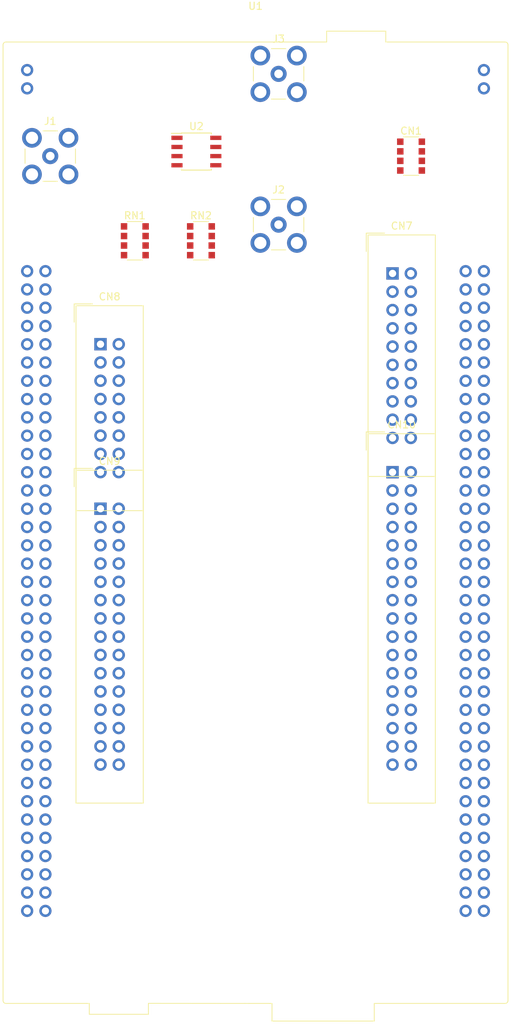
<source format=kicad_pcb>
(kicad_pcb (version 20171130) (host pcbnew "(5.0.0)")

  (general
    (thickness 1.6)
    (drawings 0)
    (tracks 0)
    (zones 0)
    (modules 12)
    (nets 280)
  )

  (page A4)
  (layers
    (0 F.Cu signal)
    (31 B.Cu signal)
    (32 B.Adhes user)
    (33 F.Adhes user)
    (34 B.Paste user)
    (35 F.Paste user)
    (36 B.SilkS user)
    (37 F.SilkS user)
    (38 B.Mask user)
    (39 F.Mask user)
    (40 Dwgs.User user)
    (41 Cmts.User user)
    (42 Eco1.User user)
    (43 Eco2.User user)
    (44 Edge.Cuts user)
    (45 Margin user)
    (46 B.CrtYd user)
    (47 F.CrtYd user)
    (48 B.Fab user)
    (49 F.Fab user)
  )

  (setup
    (last_trace_width 0.25)
    (trace_clearance 0.2)
    (zone_clearance 0.508)
    (zone_45_only no)
    (trace_min 0.2)
    (segment_width 0.2)
    (edge_width 0.15)
    (via_size 0.8)
    (via_drill 0.4)
    (via_min_size 0.4)
    (via_min_drill 0.3)
    (uvia_size 0.3)
    (uvia_drill 0.1)
    (uvias_allowed no)
    (uvia_min_size 0.2)
    (uvia_min_drill 0.1)
    (pcb_text_width 0.3)
    (pcb_text_size 1.5 1.5)
    (mod_edge_width 0.15)
    (mod_text_size 1 1)
    (mod_text_width 0.15)
    (pad_size 1.524 1.524)
    (pad_drill 0.762)
    (pad_to_mask_clearance 0.2)
    (aux_axis_origin 0 0)
    (visible_elements 7FFFFFFF)
    (pcbplotparams
      (layerselection 0x010fc_ffffffff)
      (usegerberextensions false)
      (usegerberattributes false)
      (usegerberadvancedattributes false)
      (creategerberjobfile false)
      (excludeedgelayer true)
      (linewidth 0.100000)
      (plotframeref false)
      (viasonmask false)
      (mode 1)
      (useauxorigin false)
      (hpglpennumber 1)
      (hpglpenspeed 20)
      (hpglpendiameter 15.000000)
      (psnegative false)
      (psa4output false)
      (plotreference true)
      (plotvalue true)
      (plotinvisibletext false)
      (padsonsilk false)
      (subtractmaskfromsilk false)
      (outputformat 1)
      (mirror false)
      (drillshape 1)
      (scaleselection 1)
      (outputdirectory ""))
  )

  (net 0 "")
  (net 1 "Net-(U1-Pad1)")
  (net 2 "Net-(U1-Pad2)")
  (net 3 "Net-(U1-Pad3)")
  (net 4 "Net-(U1-Pad4)")
  (net 5 "Net-(U1-Pad5)")
  (net 6 "Net-(U1-Pad6)")
  (net 7 "Net-(U1-Pad7)")
  (net 8 "Net-(U1-Pad8)")
  (net 9 "Net-(U1-Pad9)")
  (net 10 "Net-(U1-Pad10)")
  (net 11 "Net-(U1-Pad11)")
  (net 12 "Net-(U1-Pad12)")
  (net 13 "Net-(U1-Pad13)")
  (net 14 "Net-(U1-Pad14)")
  (net 15 "Net-(U1-Pad15)")
  (net 16 "Net-(U1-Pad16)")
  (net 17 "Net-(U1-Pad17)")
  (net 18 "Net-(U1-Pad18)")
  (net 19 "Net-(U1-Pad19)")
  (net 20 "Net-(U1-Pad20)")
  (net 21 "Net-(U1-Pad21)")
  (net 22 "Net-(U1-Pad22)")
  (net 23 "Net-(U1-Pad23)")
  (net 24 "Net-(U1-Pad24)")
  (net 25 "Net-(U1-Pad25)")
  (net 26 "Net-(U1-Pad26)")
  (net 27 "Net-(U1-Pad27)")
  (net 28 "Net-(U1-Pad28)")
  (net 29 "Net-(U1-Pad29)")
  (net 30 "Net-(U1-Pad30)")
  (net 31 "Net-(U1-Pad31)")
  (net 32 "Net-(U1-Pad32)")
  (net 33 "Net-(U1-Pad33)")
  (net 34 "Net-(U1-Pad34)")
  (net 35 "Net-(U1-Pad35)")
  (net 36 "Net-(U1-Pad36)")
  (net 37 "Net-(U1-Pad37)")
  (net 38 "Net-(U1-Pad38)")
  (net 39 "Net-(U1-Pad39)")
  (net 40 "Net-(U1-Pad40)")
  (net 41 "Net-(U1-Pad41)")
  (net 42 "Net-(U1-Pad42)")
  (net 43 "Net-(U1-Pad43)")
  (net 44 "Net-(U1-Pad44)")
  (net 45 "Net-(U1-Pad45)")
  (net 46 "Net-(U1-Pad46)")
  (net 47 "Net-(U1-Pad47)")
  (net 48 "Net-(U1-Pad48)")
  (net 49 "Net-(U1-Pad49)")
  (net 50 "Net-(U1-Pad50)")
  (net 51 "Net-(U1-Pad51)")
  (net 52 "Net-(U1-Pad52)")
  (net 53 "Net-(U1-Pad53)")
  (net 54 "Net-(U1-Pad54)")
  (net 55 "Net-(U1-Pad55)")
  (net 56 "Net-(U1-Pad56)")
  (net 57 "Net-(U1-Pad57)")
  (net 58 "Net-(U1-Pad58)")
  (net 59 "Net-(U1-Pad59)")
  (net 60 "Net-(U1-Pad60)")
  (net 61 "Net-(U1-Pad61)")
  (net 62 "Net-(U1-Pad62)")
  (net 63 "Net-(U1-Pad63)")
  (net 64 "Net-(U1-Pad64)")
  (net 65 "Net-(U1-Pad65)")
  (net 66 "Net-(U1-Pad66)")
  (net 67 "Net-(U1-Pad67)")
  (net 68 "Net-(U1-Pad68)")
  (net 69 "Net-(U1-Pad69)")
  (net 70 "Net-(U1-Pad70)")
  (net 71 "Net-(U1-Pad71)")
  (net 72 "Net-(U1-Pad72)")
  (net 73 "Net-(U1-Pad73)")
  (net 74 "Net-(U1-Pad74)")
  (net 75 "Net-(U1-Pad75)")
  (net 76 "Net-(U1-Pad76)")
  (net 77 "Net-(U1-Pad77)")
  (net 78 "Net-(U1-Pad78)")
  (net 79 "Net-(U1-Pad79)")
  (net 80 "Net-(U1-Pad80)")
  (net 81 "Net-(U1-Pad81)")
  (net 82 "Net-(U1-Pad82)")
  (net 83 "Net-(U1-Pad83)")
  (net 84 "Net-(U1-Pad84)")
  (net 85 "Net-(U1-Pad85)")
  (net 86 "Net-(U1-Pad86)")
  (net 87 "Net-(U1-Pad87)")
  (net 88 "Net-(U1-Pad88)")
  (net 89 "Net-(U1-Pad89)")
  (net 90 "Net-(U1-Pad90)")
  (net 91 "Net-(U1-Pad91)")
  (net 92 "Net-(U1-Pad92)")
  (net 93 "Net-(U1-Pad93)")
  (net 94 "Net-(U1-Pad94)")
  (net 95 "Net-(U1-Pad95)")
  (net 96 "Net-(U1-Pad96)")
  (net 97 "Net-(U1-Pad97)")
  (net 98 "Net-(U1-Pad98)")
  (net 99 "Net-(U1-Pad99)")
  (net 100 "Net-(U1-Pad100)")
  (net 101 "Net-(U1-Pad101)")
  (net 102 "Net-(U1-Pad102)")
  (net 103 "Net-(U1-Pad103)")
  (net 104 "Net-(U1-Pad104)")
  (net 105 "Net-(U1-Pad105)")
  (net 106 "Net-(U1-Pad106)")
  (net 107 "Net-(U1-Pad107)")
  (net 108 "Net-(U1-Pad108)")
  (net 109 "Net-(U1-Pad109)")
  (net 110 "Net-(U1-Pad110)")
  (net 111 "Net-(U1-Pad111)")
  (net 112 "Net-(U1-Pad112)")
  (net 113 "Net-(U1-Pad113)")
  (net 114 "Net-(U1-Pad114)")
  (net 115 "Net-(U1-Pad115)")
  (net 116 "Net-(U1-Pad116)")
  (net 117 "Net-(U1-Pad117)")
  (net 118 "Net-(U1-Pad118)")
  (net 119 "Net-(U1-Pad119)")
  (net 120 "Net-(U1-Pad120)")
  (net 121 "Net-(U1-Pad121)")
  (net 122 "Net-(U1-Pad122)")
  (net 123 "Net-(U1-Pad123)")
  (net 124 "Net-(U1-Pad124)")
  (net 125 "Net-(U1-Pad125)")
  (net 126 "Net-(U1-Pad126)")
  (net 127 "Net-(U1-Pad127)")
  (net 128 "Net-(U1-Pad128)")
  (net 129 "Net-(U1-Pad129)")
  (net 130 "Net-(U1-Pad130)")
  (net 131 "Net-(U1-Pad131)")
  (net 132 "Net-(U1-Pad132)")
  (net 133 "Net-(U1-Pad133)")
  (net 134 "Net-(U1-Pad134)")
  (net 135 "Net-(U1-Pad135)")
  (net 136 "Net-(U1-Pad136)")
  (net 137 "Net-(U1-Pad137)")
  (net 138 "Net-(U1-Pad138)")
  (net 139 "Net-(U1-Pad139)")
  (net 140 "Net-(U1-Pad140)")
  (net 141 "Net-(U1-Pad141)")
  (net 142 "Net-(U1-Pad142)")
  (net 143 "Net-(U1-Pad143)")
  (net 144 "Net-(U1-Pad144)")
  (net 145 "Net-(CN10-Pad1)")
  (net 146 "Net-(CN10-Pad2)")
  (net 147 "Net-(CN10-Pad3)")
  (net 148 "Net-(CN10-Pad4)")
  (net 149 "Net-(CN10-Pad5)")
  (net 150 "Net-(CN10-Pad6)")
  (net 151 "Net-(CN10-Pad7)")
  (net 152 "Net-(CN10-Pad8)")
  (net 153 "Net-(CN10-Pad9)")
  (net 154 "Net-(CN10-Pad10)")
  (net 155 "Net-(CN10-Pad11)")
  (net 156 "Net-(CN10-Pad12)")
  (net 157 "Net-(CN10-Pad13)")
  (net 158 "Net-(CN10-Pad14)")
  (net 159 "Net-(CN10-Pad15)")
  (net 160 "Net-(CN10-Pad16)")
  (net 161 "Net-(CN10-Pad17)")
  (net 162 "Net-(CN10-Pad18)")
  (net 163 "Net-(CN10-Pad19)")
  (net 164 "Net-(CN10-Pad20)")
  (net 165 "Net-(CN10-Pad21)")
  (net 166 "Net-(CN10-Pad22)")
  (net 167 "Net-(CN10-Pad23)")
  (net 168 "Net-(CN10-Pad24)")
  (net 169 "Net-(CN10-Pad25)")
  (net 170 "Net-(CN10-Pad26)")
  (net 171 "Net-(CN10-Pad27)")
  (net 172 "Net-(CN10-Pad28)")
  (net 173 "Net-(CN10-Pad29)")
  (net 174 "Net-(CN10-Pad30)")
  (net 175 "Net-(CN10-Pad31)")
  (net 176 "Net-(CN10-Pad32)")
  (net 177 "Net-(CN10-Pad33)")
  (net 178 "Net-(CN10-Pad34)")
  (net 179 "Net-(CN9-Pad1)")
  (net 180 "Net-(CN9-Pad2)")
  (net 181 "Net-(CN9-Pad3)")
  (net 182 "Net-(CN9-Pad4)")
  (net 183 "Net-(CN9-Pad5)")
  (net 184 "Net-(CN9-Pad6)")
  (net 185 "Net-(CN9-Pad7)")
  (net 186 "Net-(CN9-Pad8)")
  (net 187 "Net-(CN9-Pad9)")
  (net 188 "Net-(CN9-Pad10)")
  (net 189 "Net-(CN9-Pad11)")
  (net 190 "Net-(CN9-Pad12)")
  (net 191 "Net-(CN9-Pad13)")
  (net 192 "Net-(CN9-Pad14)")
  (net 193 "Net-(CN9-Pad15)")
  (net 194 "Net-(CN9-Pad16)")
  (net 195 "Net-(CN9-Pad17)")
  (net 196 "Net-(CN9-Pad18)")
  (net 197 "Net-(CN9-Pad19)")
  (net 198 "Net-(CN9-Pad20)")
  (net 199 "Net-(CN9-Pad21)")
  (net 200 "Net-(CN9-Pad22)")
  (net 201 "Net-(CN9-Pad23)")
  (net 202 "Net-(CN9-Pad24)")
  (net 203 "Net-(CN9-Pad25)")
  (net 204 "Net-(CN9-Pad26)")
  (net 205 "Net-(CN9-Pad27)")
  (net 206 "Net-(CN9-Pad28)")
  (net 207 "Net-(CN9-Pad29)")
  (net 208 "Net-(CN9-Pad30)")
  (net 209 "Net-(CN7-Pad1)")
  (net 210 "Net-(CN7-Pad2)")
  (net 211 "Net-(CN7-Pad3)")
  (net 212 "Net-(CN7-Pad4)")
  (net 213 "Net-(CN7-Pad5)")
  (net 214 "Net-(CN7-Pad6)")
  (net 215 "Net-(CN7-Pad7)")
  (net 216 "Net-(CN7-Pad8)")
  (net 217 "Net-(CN7-Pad9)")
  (net 218 "Net-(CN7-Pad10)")
  (net 219 "Net-(CN7-Pad11)")
  (net 220 "Net-(CN7-Pad12)")
  (net 221 "Net-(CN7-Pad13)")
  (net 222 "Net-(CN7-Pad14)")
  (net 223 "Net-(CN7-Pad15)")
  (net 224 "Net-(CN7-Pad16)")
  (net 225 "Net-(CN7-Pad17)")
  (net 226 "Net-(CN7-Pad18)")
  (net 227 "Net-(CN7-Pad19)")
  (net 228 "Net-(CN7-Pad20)")
  (net 229 "Net-(CN8-Pad1)")
  (net 230 "Net-(CN8-Pad2)")
  (net 231 "Net-(CN8-Pad3)")
  (net 232 "Net-(CN8-Pad4)")
  (net 233 "Net-(CN8-Pad5)")
  (net 234 "Net-(CN8-Pad6)")
  (net 235 "Net-(CN8-Pad7)")
  (net 236 "Net-(CN8-Pad8)")
  (net 237 "Net-(CN8-Pad9)")
  (net 238 "Net-(CN8-Pad10)")
  (net 239 "Net-(CN8-Pad11)")
  (net 240 "Net-(CN8-Pad12)")
  (net 241 "Net-(CN8-Pad13)")
  (net 242 "Net-(CN8-Pad14)")
  (net 243 "Net-(CN8-Pad15)")
  (net 244 "Net-(CN8-Pad16)")
  (net 245 "Net-(U2-Pad1)")
  (net 246 "Net-(U2-Pad2)")
  (net 247 "Net-(U2-Pad4)")
  (net 248 "Net-(U2-Pad6)")
  (net 249 "Net-(U2-Pad7)")
  (net 250 "Net-(J1-Pad2)")
  (net 251 "Net-(J1-Pad1)")
  (net 252 "Net-(J2-Pad1)")
  (net 253 "Net-(J2-Pad2)")
  (net 254 "Net-(J3-Pad2)")
  (net 255 "Net-(J3-Pad1)")
  (net 256 "Net-(RN1-Pad1)")
  (net 257 "Net-(RN1-Pad4)")
  (net 258 "Net-(RN1-Pad2)")
  (net 259 "Net-(RN1-Pad3)")
  (net 260 "Net-(RN1-Pad7)")
  (net 261 "Net-(RN1-Pad8)")
  (net 262 "Net-(RN1-Pad5)")
  (net 263 "Net-(RN1-Pad6)")
  (net 264 "Net-(RN2-Pad6)")
  (net 265 "Net-(RN2-Pad5)")
  (net 266 "Net-(RN2-Pad8)")
  (net 267 "Net-(RN2-Pad7)")
  (net 268 "Net-(RN2-Pad3)")
  (net 269 "Net-(RN2-Pad2)")
  (net 270 "Net-(RN2-Pad4)")
  (net 271 "Net-(RN2-Pad1)")
  (net 272 "Net-(CN1-Pad1)")
  (net 273 "Net-(CN1-Pad4)")
  (net 274 "Net-(CN1-Pad2)")
  (net 275 "Net-(CN1-Pad3)")
  (net 276 "Net-(CN1-Pad7)")
  (net 277 "Net-(CN1-Pad8)")
  (net 278 "Net-(CN1-Pad5)")
  (net 279 "Net-(CN1-Pad6)")

  (net_class Default "This is the default net class."
    (clearance 0.2)
    (trace_width 0.25)
    (via_dia 0.8)
    (via_drill 0.4)
    (uvia_dia 0.3)
    (uvia_drill 0.1)
    (add_net "Net-(CN1-Pad1)")
    (add_net "Net-(CN1-Pad2)")
    (add_net "Net-(CN1-Pad3)")
    (add_net "Net-(CN1-Pad4)")
    (add_net "Net-(CN1-Pad5)")
    (add_net "Net-(CN1-Pad6)")
    (add_net "Net-(CN1-Pad7)")
    (add_net "Net-(CN1-Pad8)")
    (add_net "Net-(CN10-Pad1)")
    (add_net "Net-(CN10-Pad10)")
    (add_net "Net-(CN10-Pad11)")
    (add_net "Net-(CN10-Pad12)")
    (add_net "Net-(CN10-Pad13)")
    (add_net "Net-(CN10-Pad14)")
    (add_net "Net-(CN10-Pad15)")
    (add_net "Net-(CN10-Pad16)")
    (add_net "Net-(CN10-Pad17)")
    (add_net "Net-(CN10-Pad18)")
    (add_net "Net-(CN10-Pad19)")
    (add_net "Net-(CN10-Pad2)")
    (add_net "Net-(CN10-Pad20)")
    (add_net "Net-(CN10-Pad21)")
    (add_net "Net-(CN10-Pad22)")
    (add_net "Net-(CN10-Pad23)")
    (add_net "Net-(CN10-Pad24)")
    (add_net "Net-(CN10-Pad25)")
    (add_net "Net-(CN10-Pad26)")
    (add_net "Net-(CN10-Pad27)")
    (add_net "Net-(CN10-Pad28)")
    (add_net "Net-(CN10-Pad29)")
    (add_net "Net-(CN10-Pad3)")
    (add_net "Net-(CN10-Pad30)")
    (add_net "Net-(CN10-Pad31)")
    (add_net "Net-(CN10-Pad32)")
    (add_net "Net-(CN10-Pad33)")
    (add_net "Net-(CN10-Pad34)")
    (add_net "Net-(CN10-Pad4)")
    (add_net "Net-(CN10-Pad5)")
    (add_net "Net-(CN10-Pad6)")
    (add_net "Net-(CN10-Pad7)")
    (add_net "Net-(CN10-Pad8)")
    (add_net "Net-(CN10-Pad9)")
    (add_net "Net-(CN7-Pad1)")
    (add_net "Net-(CN7-Pad10)")
    (add_net "Net-(CN7-Pad11)")
    (add_net "Net-(CN7-Pad12)")
    (add_net "Net-(CN7-Pad13)")
    (add_net "Net-(CN7-Pad14)")
    (add_net "Net-(CN7-Pad15)")
    (add_net "Net-(CN7-Pad16)")
    (add_net "Net-(CN7-Pad17)")
    (add_net "Net-(CN7-Pad18)")
    (add_net "Net-(CN7-Pad19)")
    (add_net "Net-(CN7-Pad2)")
    (add_net "Net-(CN7-Pad20)")
    (add_net "Net-(CN7-Pad3)")
    (add_net "Net-(CN7-Pad4)")
    (add_net "Net-(CN7-Pad5)")
    (add_net "Net-(CN7-Pad6)")
    (add_net "Net-(CN7-Pad7)")
    (add_net "Net-(CN7-Pad8)")
    (add_net "Net-(CN7-Pad9)")
    (add_net "Net-(CN8-Pad1)")
    (add_net "Net-(CN8-Pad10)")
    (add_net "Net-(CN8-Pad11)")
    (add_net "Net-(CN8-Pad12)")
    (add_net "Net-(CN8-Pad13)")
    (add_net "Net-(CN8-Pad14)")
    (add_net "Net-(CN8-Pad15)")
    (add_net "Net-(CN8-Pad16)")
    (add_net "Net-(CN8-Pad2)")
    (add_net "Net-(CN8-Pad3)")
    (add_net "Net-(CN8-Pad4)")
    (add_net "Net-(CN8-Pad5)")
    (add_net "Net-(CN8-Pad6)")
    (add_net "Net-(CN8-Pad7)")
    (add_net "Net-(CN8-Pad8)")
    (add_net "Net-(CN8-Pad9)")
    (add_net "Net-(CN9-Pad1)")
    (add_net "Net-(CN9-Pad10)")
    (add_net "Net-(CN9-Pad11)")
    (add_net "Net-(CN9-Pad12)")
    (add_net "Net-(CN9-Pad13)")
    (add_net "Net-(CN9-Pad14)")
    (add_net "Net-(CN9-Pad15)")
    (add_net "Net-(CN9-Pad16)")
    (add_net "Net-(CN9-Pad17)")
    (add_net "Net-(CN9-Pad18)")
    (add_net "Net-(CN9-Pad19)")
    (add_net "Net-(CN9-Pad2)")
    (add_net "Net-(CN9-Pad20)")
    (add_net "Net-(CN9-Pad21)")
    (add_net "Net-(CN9-Pad22)")
    (add_net "Net-(CN9-Pad23)")
    (add_net "Net-(CN9-Pad24)")
    (add_net "Net-(CN9-Pad25)")
    (add_net "Net-(CN9-Pad26)")
    (add_net "Net-(CN9-Pad27)")
    (add_net "Net-(CN9-Pad28)")
    (add_net "Net-(CN9-Pad29)")
    (add_net "Net-(CN9-Pad3)")
    (add_net "Net-(CN9-Pad30)")
    (add_net "Net-(CN9-Pad4)")
    (add_net "Net-(CN9-Pad5)")
    (add_net "Net-(CN9-Pad6)")
    (add_net "Net-(CN9-Pad7)")
    (add_net "Net-(CN9-Pad8)")
    (add_net "Net-(CN9-Pad9)")
    (add_net "Net-(J1-Pad1)")
    (add_net "Net-(J1-Pad2)")
    (add_net "Net-(J2-Pad1)")
    (add_net "Net-(J2-Pad2)")
    (add_net "Net-(J3-Pad1)")
    (add_net "Net-(J3-Pad2)")
    (add_net "Net-(RN1-Pad1)")
    (add_net "Net-(RN1-Pad2)")
    (add_net "Net-(RN1-Pad3)")
    (add_net "Net-(RN1-Pad4)")
    (add_net "Net-(RN1-Pad5)")
    (add_net "Net-(RN1-Pad6)")
    (add_net "Net-(RN1-Pad7)")
    (add_net "Net-(RN1-Pad8)")
    (add_net "Net-(RN2-Pad1)")
    (add_net "Net-(RN2-Pad2)")
    (add_net "Net-(RN2-Pad3)")
    (add_net "Net-(RN2-Pad4)")
    (add_net "Net-(RN2-Pad5)")
    (add_net "Net-(RN2-Pad6)")
    (add_net "Net-(RN2-Pad7)")
    (add_net "Net-(RN2-Pad8)")
    (add_net "Net-(U1-Pad1)")
    (add_net "Net-(U1-Pad10)")
    (add_net "Net-(U1-Pad100)")
    (add_net "Net-(U1-Pad101)")
    (add_net "Net-(U1-Pad102)")
    (add_net "Net-(U1-Pad103)")
    (add_net "Net-(U1-Pad104)")
    (add_net "Net-(U1-Pad105)")
    (add_net "Net-(U1-Pad106)")
    (add_net "Net-(U1-Pad107)")
    (add_net "Net-(U1-Pad108)")
    (add_net "Net-(U1-Pad109)")
    (add_net "Net-(U1-Pad11)")
    (add_net "Net-(U1-Pad110)")
    (add_net "Net-(U1-Pad111)")
    (add_net "Net-(U1-Pad112)")
    (add_net "Net-(U1-Pad113)")
    (add_net "Net-(U1-Pad114)")
    (add_net "Net-(U1-Pad115)")
    (add_net "Net-(U1-Pad116)")
    (add_net "Net-(U1-Pad117)")
    (add_net "Net-(U1-Pad118)")
    (add_net "Net-(U1-Pad119)")
    (add_net "Net-(U1-Pad12)")
    (add_net "Net-(U1-Pad120)")
    (add_net "Net-(U1-Pad121)")
    (add_net "Net-(U1-Pad122)")
    (add_net "Net-(U1-Pad123)")
    (add_net "Net-(U1-Pad124)")
    (add_net "Net-(U1-Pad125)")
    (add_net "Net-(U1-Pad126)")
    (add_net "Net-(U1-Pad127)")
    (add_net "Net-(U1-Pad128)")
    (add_net "Net-(U1-Pad129)")
    (add_net "Net-(U1-Pad13)")
    (add_net "Net-(U1-Pad130)")
    (add_net "Net-(U1-Pad131)")
    (add_net "Net-(U1-Pad132)")
    (add_net "Net-(U1-Pad133)")
    (add_net "Net-(U1-Pad134)")
    (add_net "Net-(U1-Pad135)")
    (add_net "Net-(U1-Pad136)")
    (add_net "Net-(U1-Pad137)")
    (add_net "Net-(U1-Pad138)")
    (add_net "Net-(U1-Pad139)")
    (add_net "Net-(U1-Pad14)")
    (add_net "Net-(U1-Pad140)")
    (add_net "Net-(U1-Pad141)")
    (add_net "Net-(U1-Pad142)")
    (add_net "Net-(U1-Pad143)")
    (add_net "Net-(U1-Pad144)")
    (add_net "Net-(U1-Pad15)")
    (add_net "Net-(U1-Pad16)")
    (add_net "Net-(U1-Pad17)")
    (add_net "Net-(U1-Pad18)")
    (add_net "Net-(U1-Pad19)")
    (add_net "Net-(U1-Pad2)")
    (add_net "Net-(U1-Pad20)")
    (add_net "Net-(U1-Pad21)")
    (add_net "Net-(U1-Pad22)")
    (add_net "Net-(U1-Pad23)")
    (add_net "Net-(U1-Pad24)")
    (add_net "Net-(U1-Pad25)")
    (add_net "Net-(U1-Pad26)")
    (add_net "Net-(U1-Pad27)")
    (add_net "Net-(U1-Pad28)")
    (add_net "Net-(U1-Pad29)")
    (add_net "Net-(U1-Pad3)")
    (add_net "Net-(U1-Pad30)")
    (add_net "Net-(U1-Pad31)")
    (add_net "Net-(U1-Pad32)")
    (add_net "Net-(U1-Pad33)")
    (add_net "Net-(U1-Pad34)")
    (add_net "Net-(U1-Pad35)")
    (add_net "Net-(U1-Pad36)")
    (add_net "Net-(U1-Pad37)")
    (add_net "Net-(U1-Pad38)")
    (add_net "Net-(U1-Pad39)")
    (add_net "Net-(U1-Pad4)")
    (add_net "Net-(U1-Pad40)")
    (add_net "Net-(U1-Pad41)")
    (add_net "Net-(U1-Pad42)")
    (add_net "Net-(U1-Pad43)")
    (add_net "Net-(U1-Pad44)")
    (add_net "Net-(U1-Pad45)")
    (add_net "Net-(U1-Pad46)")
    (add_net "Net-(U1-Pad47)")
    (add_net "Net-(U1-Pad48)")
    (add_net "Net-(U1-Pad49)")
    (add_net "Net-(U1-Pad5)")
    (add_net "Net-(U1-Pad50)")
    (add_net "Net-(U1-Pad51)")
    (add_net "Net-(U1-Pad52)")
    (add_net "Net-(U1-Pad53)")
    (add_net "Net-(U1-Pad54)")
    (add_net "Net-(U1-Pad55)")
    (add_net "Net-(U1-Pad56)")
    (add_net "Net-(U1-Pad57)")
    (add_net "Net-(U1-Pad58)")
    (add_net "Net-(U1-Pad59)")
    (add_net "Net-(U1-Pad6)")
    (add_net "Net-(U1-Pad60)")
    (add_net "Net-(U1-Pad61)")
    (add_net "Net-(U1-Pad62)")
    (add_net "Net-(U1-Pad63)")
    (add_net "Net-(U1-Pad64)")
    (add_net "Net-(U1-Pad65)")
    (add_net "Net-(U1-Pad66)")
    (add_net "Net-(U1-Pad67)")
    (add_net "Net-(U1-Pad68)")
    (add_net "Net-(U1-Pad69)")
    (add_net "Net-(U1-Pad7)")
    (add_net "Net-(U1-Pad70)")
    (add_net "Net-(U1-Pad71)")
    (add_net "Net-(U1-Pad72)")
    (add_net "Net-(U1-Pad73)")
    (add_net "Net-(U1-Pad74)")
    (add_net "Net-(U1-Pad75)")
    (add_net "Net-(U1-Pad76)")
    (add_net "Net-(U1-Pad77)")
    (add_net "Net-(U1-Pad78)")
    (add_net "Net-(U1-Pad79)")
    (add_net "Net-(U1-Pad8)")
    (add_net "Net-(U1-Pad80)")
    (add_net "Net-(U1-Pad81)")
    (add_net "Net-(U1-Pad82)")
    (add_net "Net-(U1-Pad83)")
    (add_net "Net-(U1-Pad84)")
    (add_net "Net-(U1-Pad85)")
    (add_net "Net-(U1-Pad86)")
    (add_net "Net-(U1-Pad87)")
    (add_net "Net-(U1-Pad88)")
    (add_net "Net-(U1-Pad89)")
    (add_net "Net-(U1-Pad9)")
    (add_net "Net-(U1-Pad90)")
    (add_net "Net-(U1-Pad91)")
    (add_net "Net-(U1-Pad92)")
    (add_net "Net-(U1-Pad93)")
    (add_net "Net-(U1-Pad94)")
    (add_net "Net-(U1-Pad95)")
    (add_net "Net-(U1-Pad96)")
    (add_net "Net-(U1-Pad97)")
    (add_net "Net-(U1-Pad98)")
    (add_net "Net-(U1-Pad99)")
    (add_net "Net-(U2-Pad1)")
    (add_net "Net-(U2-Pad2)")
    (add_net "Net-(U2-Pad4)")
    (add_net "Net-(U2-Pad6)")
    (add_net "Net-(U2-Pad7)")
  )

  (module symbols:C_Array_Convex_4x1206 (layer F.Cu) (tedit 58E0A8BD) (tstamp 5BEC4034)
    (at 111.76 49.53)
    (descr "Chip Resistor Network, ROHM MNR34 (see mnr_g.pdf)")
    (tags "resistor array")
    (path /5BD32370)
    (attr smd)
    (fp_text reference CN1 (at 0 -3.5) (layer F.SilkS)
      (effects (font (size 1 1) (thickness 0.15)))
    )
    (fp_text value C_Pack04 (at 0 3.5) (layer F.Fab)
      (effects (font (size 1 1) (thickness 0.15)))
    )
    (fp_text user %R (at 0 0 90) (layer F.Fab)
      (effects (font (size 0.7 0.7) (thickness 0.105)))
    )
    (fp_line (start -1.6 -2.6) (end -1.6 2.6) (layer F.Fab) (width 0.1))
    (fp_line (start -1.6 2.6) (end 1.6 2.6) (layer F.Fab) (width 0.1))
    (fp_line (start 1.6 2.6) (end 1.6 -2.6) (layer F.Fab) (width 0.1))
    (fp_line (start 1.6 -2.6) (end -1.6 -2.6) (layer F.Fab) (width 0.1))
    (fp_line (start 1.05 2.67) (end -1.05 2.67) (layer F.SilkS) (width 0.12))
    (fp_line (start 1.05 -2.67) (end -1.05 -2.67) (layer F.SilkS) (width 0.12))
    (fp_line (start -2.21 -2.85) (end 2.2 -2.85) (layer F.CrtYd) (width 0.05))
    (fp_line (start -2.21 -2.85) (end -2.21 2.85) (layer F.CrtYd) (width 0.05))
    (fp_line (start 2.2 2.85) (end 2.2 -2.85) (layer F.CrtYd) (width 0.05))
    (fp_line (start 2.2 2.85) (end -2.21 2.85) (layer F.CrtYd) (width 0.05))
    (pad 1 smd rect (at -1.5 -2) (size 0.9 0.9) (layers F.Cu F.Paste F.Mask)
      (net 272 "Net-(CN1-Pad1)"))
    (pad 4 smd rect (at -1.5 2) (size 0.9 0.9) (layers F.Cu F.Paste F.Mask)
      (net 273 "Net-(CN1-Pad4)"))
    (pad 2 smd rect (at -1.5 -0.66) (size 0.9 0.9) (layers F.Cu F.Paste F.Mask)
      (net 274 "Net-(CN1-Pad2)"))
    (pad 3 smd rect (at -1.5 0.66) (size 0.9 0.9) (layers F.Cu F.Paste F.Mask)
      (net 275 "Net-(CN1-Pad3)"))
    (pad 7 smd rect (at 1.5 -0.66) (size 0.9 0.9) (layers F.Cu F.Paste F.Mask)
      (net 276 "Net-(CN1-Pad7)"))
    (pad 8 smd rect (at 1.5 -2) (size 0.9 0.9) (layers F.Cu F.Paste F.Mask)
      (net 277 "Net-(CN1-Pad8)"))
    (pad 5 smd rect (at 1.5 2) (size 0.9 0.9) (layers F.Cu F.Paste F.Mask)
      (net 278 "Net-(CN1-Pad5)"))
    (pad 6 smd rect (at 1.5 0.66) (size 0.9 0.9) (layers F.Cu F.Paste F.Mask)
      (net 279 "Net-(CN1-Pad6)"))
    (model ${KISYS3DMOD}/Resistor_SMD.3dshapes/R_Array_Convex_4x1206.wrl
      (at (xyz 0 0 0))
      (scale (xyz 1 1 1))
      (rotate (xyz 0 0 0))
    )
  )

  (module Resistor_SMD:R_Array_Convex_4x1206 (layer F.Cu) (tedit 58E0A8BD) (tstamp 5BD2F978)
    (at 82.55 61.295001)
    (descr "Chip Resistor Network, ROHM MNR34 (see mnr_g.pdf)")
    (tags "resistor array")
    (path /5BD2A53F)
    (attr smd)
    (fp_text reference RN2 (at 0 -3.5) (layer F.SilkS)
      (effects (font (size 1 1) (thickness 0.15)))
    )
    (fp_text value R_Pack04 (at 0 3.5) (layer F.Fab)
      (effects (font (size 1 1) (thickness 0.15)))
    )
    (fp_line (start 2.2 2.85) (end -2.21 2.85) (layer F.CrtYd) (width 0.05))
    (fp_line (start 2.2 2.85) (end 2.2 -2.85) (layer F.CrtYd) (width 0.05))
    (fp_line (start -2.21 -2.85) (end -2.21 2.85) (layer F.CrtYd) (width 0.05))
    (fp_line (start -2.21 -2.85) (end 2.2 -2.85) (layer F.CrtYd) (width 0.05))
    (fp_line (start 1.05 -2.67) (end -1.05 -2.67) (layer F.SilkS) (width 0.12))
    (fp_line (start 1.05 2.67) (end -1.05 2.67) (layer F.SilkS) (width 0.12))
    (fp_line (start 1.6 -2.6) (end -1.6 -2.6) (layer F.Fab) (width 0.1))
    (fp_line (start 1.6 2.6) (end 1.6 -2.6) (layer F.Fab) (width 0.1))
    (fp_line (start -1.6 2.6) (end 1.6 2.6) (layer F.Fab) (width 0.1))
    (fp_line (start -1.6 -2.6) (end -1.6 2.6) (layer F.Fab) (width 0.1))
    (fp_text user %R (at 0 0 90) (layer F.Fab)
      (effects (font (size 0.7 0.7) (thickness 0.105)))
    )
    (pad 6 smd rect (at 1.5 0.66) (size 0.9 0.9) (layers F.Cu F.Paste F.Mask)
      (net 264 "Net-(RN2-Pad6)"))
    (pad 5 smd rect (at 1.5 2) (size 0.9 0.9) (layers F.Cu F.Paste F.Mask)
      (net 265 "Net-(RN2-Pad5)"))
    (pad 8 smd rect (at 1.5 -2) (size 0.9 0.9) (layers F.Cu F.Paste F.Mask)
      (net 266 "Net-(RN2-Pad8)"))
    (pad 7 smd rect (at 1.5 -0.66) (size 0.9 0.9) (layers F.Cu F.Paste F.Mask)
      (net 267 "Net-(RN2-Pad7)"))
    (pad 3 smd rect (at -1.5 0.66) (size 0.9 0.9) (layers F.Cu F.Paste F.Mask)
      (net 268 "Net-(RN2-Pad3)"))
    (pad 2 smd rect (at -1.5 -0.66) (size 0.9 0.9) (layers F.Cu F.Paste F.Mask)
      (net 269 "Net-(RN2-Pad2)"))
    (pad 4 smd rect (at -1.5 2) (size 0.9 0.9) (layers F.Cu F.Paste F.Mask)
      (net 270 "Net-(RN2-Pad4)"))
    (pad 1 smd rect (at -1.5 -2) (size 0.9 0.9) (layers F.Cu F.Paste F.Mask)
      (net 271 "Net-(RN2-Pad1)"))
    (model ${KISYS3DMOD}/Resistor_SMD.3dshapes/R_Array_Convex_4x1206.wrl
      (at (xyz 0 0 0))
      (scale (xyz 1 1 1))
      (rotate (xyz 0 0 0))
    )
  )

  (module Resistor_SMD:R_Array_Convex_4x1206 (layer F.Cu) (tedit 58E0A8BD) (tstamp 5BD2F961)
    (at 73.355001 61.295001)
    (descr "Chip Resistor Network, ROHM MNR34 (see mnr_g.pdf)")
    (tags "resistor array")
    (path /5BD2A0ED)
    (attr smd)
    (fp_text reference RN1 (at 0 -3.5) (layer F.SilkS)
      (effects (font (size 1 1) (thickness 0.15)))
    )
    (fp_text value R_Pack04 (at 0 3.5) (layer F.Fab)
      (effects (font (size 1 1) (thickness 0.15)))
    )
    (fp_text user %R (at 0 0 90) (layer F.Fab)
      (effects (font (size 0.7 0.7) (thickness 0.105)))
    )
    (fp_line (start -1.6 -2.6) (end -1.6 2.6) (layer F.Fab) (width 0.1))
    (fp_line (start -1.6 2.6) (end 1.6 2.6) (layer F.Fab) (width 0.1))
    (fp_line (start 1.6 2.6) (end 1.6 -2.6) (layer F.Fab) (width 0.1))
    (fp_line (start 1.6 -2.6) (end -1.6 -2.6) (layer F.Fab) (width 0.1))
    (fp_line (start 1.05 2.67) (end -1.05 2.67) (layer F.SilkS) (width 0.12))
    (fp_line (start 1.05 -2.67) (end -1.05 -2.67) (layer F.SilkS) (width 0.12))
    (fp_line (start -2.21 -2.85) (end 2.2 -2.85) (layer F.CrtYd) (width 0.05))
    (fp_line (start -2.21 -2.85) (end -2.21 2.85) (layer F.CrtYd) (width 0.05))
    (fp_line (start 2.2 2.85) (end 2.2 -2.85) (layer F.CrtYd) (width 0.05))
    (fp_line (start 2.2 2.85) (end -2.21 2.85) (layer F.CrtYd) (width 0.05))
    (pad 1 smd rect (at -1.5 -2) (size 0.9 0.9) (layers F.Cu F.Paste F.Mask)
      (net 256 "Net-(RN1-Pad1)"))
    (pad 4 smd rect (at -1.5 2) (size 0.9 0.9) (layers F.Cu F.Paste F.Mask)
      (net 257 "Net-(RN1-Pad4)"))
    (pad 2 smd rect (at -1.5 -0.66) (size 0.9 0.9) (layers F.Cu F.Paste F.Mask)
      (net 258 "Net-(RN1-Pad2)"))
    (pad 3 smd rect (at -1.5 0.66) (size 0.9 0.9) (layers F.Cu F.Paste F.Mask)
      (net 259 "Net-(RN1-Pad3)"))
    (pad 7 smd rect (at 1.5 -0.66) (size 0.9 0.9) (layers F.Cu F.Paste F.Mask)
      (net 260 "Net-(RN1-Pad7)"))
    (pad 8 smd rect (at 1.5 -2) (size 0.9 0.9) (layers F.Cu F.Paste F.Mask)
      (net 261 "Net-(RN1-Pad8)"))
    (pad 5 smd rect (at 1.5 2) (size 0.9 0.9) (layers F.Cu F.Paste F.Mask)
      (net 262 "Net-(RN1-Pad5)"))
    (pad 6 smd rect (at 1.5 0.66) (size 0.9 0.9) (layers F.Cu F.Paste F.Mask)
      (net 263 "Net-(RN1-Pad6)"))
    (model ${KISYS3DMOD}/Resistor_SMD.3dshapes/R_Array_Convex_4x1206.wrl
      (at (xyz 0 0 0))
      (scale (xyz 1 1 1))
      (rotate (xyz 0 0 0))
    )
  )

  (module Connector_Coaxial:SMB_Jack_Vertical (layer F.Cu) (tedit 5A1DBFC1) (tstamp 5BD2B91B)
    (at 93.345 38.1)
    (descr "SMB pcb mounting jack")
    (tags "SMB Jack  Striaght")
    (path /5BD26EDD)
    (fp_text reference J3 (at 0 -4.85) (layer F.SilkS)
      (effects (font (size 1 1) (thickness 0.15)))
    )
    (fp_text value Conn_Coaxial (at 0 5.05) (layer F.Fab)
      (effects (font (size 1 1) (thickness 0.15)))
    )
    (fp_text user %R (at 0 0) (layer F.Fab)
      (effects (font (size 1 1) (thickness 0.15)))
    )
    (fp_line (start -3.45 -3.45) (end -3.45 3.45) (layer F.Fab) (width 0.1))
    (fp_line (start -3.45 3.45) (end 3.45 3.45) (layer F.Fab) (width 0.1))
    (fp_line (start 3.45 3.45) (end 3.45 -3.45) (layer F.Fab) (width 0.1))
    (fp_line (start 3.45 -3.45) (end -3.45 -3.45) (layer F.Fab) (width 0.1))
    (fp_line (start -4.25 -4.25) (end 4.25 -4.25) (layer B.CrtYd) (width 0.05))
    (fp_line (start 4.25 -4.25) (end 4.25 4.25) (layer B.CrtYd) (width 0.05))
    (fp_line (start 4.25 4.25) (end -4.25 4.25) (layer B.CrtYd) (width 0.05))
    (fp_line (start -4.25 4.25) (end -4.25 -4.25) (layer B.CrtYd) (width 0.05))
    (fp_line (start 4.25 4.25) (end -4.25 4.25) (layer F.CrtYd) (width 0.05))
    (fp_line (start -4.25 4.25) (end -4.25 -4.25) (layer F.CrtYd) (width 0.05))
    (fp_line (start 4.25 -4.25) (end 4.25 4.25) (layer F.CrtYd) (width 0.05))
    (fp_line (start -4.25 -4.25) (end 4.25 -4.25) (layer F.CrtYd) (width 0.05))
    (fp_line (start -1 -3.5052) (end 1 -3.5052) (layer F.SilkS) (width 0.12))
    (fp_line (start 3.5052 -1) (end 3.5052 1) (layer F.SilkS) (width 0.12))
    (fp_line (start 1 3.5052) (end -1 3.5052) (layer F.SilkS) (width 0.12))
    (fp_line (start -3.5052 1) (end -3.5052 -1) (layer F.SilkS) (width 0.12))
    (fp_circle (center 0 0) (end 2.5 0) (layer F.Fab) (width 0.1))
    (pad 2 thru_hole circle (at -2.54 2.54) (size 2.74 2.74) (drill 1.7) (layers *.Cu *.Mask)
      (net 254 "Net-(J3-Pad2)"))
    (pad 2 thru_hole circle (at 2.54 2.54) (size 2.74 2.74) (drill 1.7) (layers *.Cu *.Mask)
      (net 254 "Net-(J3-Pad2)"))
    (pad 2 thru_hole circle (at 2.54 -2.54) (size 2.74 2.74) (drill 1.7) (layers *.Cu *.Mask)
      (net 254 "Net-(J3-Pad2)"))
    (pad 2 thru_hole circle (at -2.54 -2.54) (size 2.74 2.74) (drill 1.7) (layers *.Cu *.Mask)
      (net 254 "Net-(J3-Pad2)"))
    (pad 1 thru_hole circle (at 0 0) (size 2.24 2.24) (drill 1.2) (layers *.Cu *.Mask)
      (net 255 "Net-(J3-Pad1)"))
    (model ${KISYS3DMOD}/Connector_Coaxial.3dshapes/SMB_Jack_Vertical.wrl
      (at (xyz 0 0 0))
      (scale (xyz 1 1 1))
      (rotate (xyz 0 0 0))
    )
  )

  (module Connector_Coaxial:SMB_Jack_Vertical (layer F.Cu) (tedit 5A1DBFC1) (tstamp 5BD2B900)
    (at 93.345 59.055)
    (descr "SMB pcb mounting jack")
    (tags "SMB Jack  Striaght")
    (path /5BD2707C)
    (fp_text reference J2 (at 0 -4.85) (layer F.SilkS)
      (effects (font (size 1 1) (thickness 0.15)))
    )
    (fp_text value Conn_Coaxial (at 0 5.05) (layer F.Fab)
      (effects (font (size 1 1) (thickness 0.15)))
    )
    (fp_circle (center 0 0) (end 2.5 0) (layer F.Fab) (width 0.1))
    (fp_line (start -3.5052 1) (end -3.5052 -1) (layer F.SilkS) (width 0.12))
    (fp_line (start 1 3.5052) (end -1 3.5052) (layer F.SilkS) (width 0.12))
    (fp_line (start 3.5052 -1) (end 3.5052 1) (layer F.SilkS) (width 0.12))
    (fp_line (start -1 -3.5052) (end 1 -3.5052) (layer F.SilkS) (width 0.12))
    (fp_line (start -4.25 -4.25) (end 4.25 -4.25) (layer F.CrtYd) (width 0.05))
    (fp_line (start 4.25 -4.25) (end 4.25 4.25) (layer F.CrtYd) (width 0.05))
    (fp_line (start -4.25 4.25) (end -4.25 -4.25) (layer F.CrtYd) (width 0.05))
    (fp_line (start 4.25 4.25) (end -4.25 4.25) (layer F.CrtYd) (width 0.05))
    (fp_line (start -4.25 4.25) (end -4.25 -4.25) (layer B.CrtYd) (width 0.05))
    (fp_line (start 4.25 4.25) (end -4.25 4.25) (layer B.CrtYd) (width 0.05))
    (fp_line (start 4.25 -4.25) (end 4.25 4.25) (layer B.CrtYd) (width 0.05))
    (fp_line (start -4.25 -4.25) (end 4.25 -4.25) (layer B.CrtYd) (width 0.05))
    (fp_line (start 3.45 -3.45) (end -3.45 -3.45) (layer F.Fab) (width 0.1))
    (fp_line (start 3.45 3.45) (end 3.45 -3.45) (layer F.Fab) (width 0.1))
    (fp_line (start -3.45 3.45) (end 3.45 3.45) (layer F.Fab) (width 0.1))
    (fp_line (start -3.45 -3.45) (end -3.45 3.45) (layer F.Fab) (width 0.1))
    (fp_text user %R (at 0 0) (layer F.Fab)
      (effects (font (size 1 1) (thickness 0.15)))
    )
    (pad 1 thru_hole circle (at 0 0) (size 2.24 2.24) (drill 1.2) (layers *.Cu *.Mask)
      (net 252 "Net-(J2-Pad1)"))
    (pad 2 thru_hole circle (at -2.54 -2.54) (size 2.74 2.74) (drill 1.7) (layers *.Cu *.Mask)
      (net 253 "Net-(J2-Pad2)"))
    (pad 2 thru_hole circle (at 2.54 -2.54) (size 2.74 2.74) (drill 1.7) (layers *.Cu *.Mask)
      (net 253 "Net-(J2-Pad2)"))
    (pad 2 thru_hole circle (at 2.54 2.54) (size 2.74 2.74) (drill 1.7) (layers *.Cu *.Mask)
      (net 253 "Net-(J2-Pad2)"))
    (pad 2 thru_hole circle (at -2.54 2.54) (size 2.74 2.74) (drill 1.7) (layers *.Cu *.Mask)
      (net 253 "Net-(J2-Pad2)"))
    (model ${KISYS3DMOD}/Connector_Coaxial.3dshapes/SMB_Jack_Vertical.wrl
      (at (xyz 0 0 0))
      (scale (xyz 1 1 1))
      (rotate (xyz 0 0 0))
    )
  )

  (module Connector_Coaxial:SMB_Jack_Vertical (layer F.Cu) (tedit 5A1DBFC1) (tstamp 5BD2B8E5)
    (at 61.595 49.53)
    (descr "SMB pcb mounting jack")
    (tags "SMB Jack  Striaght")
    (path /5BD270F6)
    (fp_text reference J1 (at 0 -4.85) (layer F.SilkS)
      (effects (font (size 1 1) (thickness 0.15)))
    )
    (fp_text value Conn_Coaxial (at 0 5.05) (layer F.Fab)
      (effects (font (size 1 1) (thickness 0.15)))
    )
    (fp_text user %R (at 0 0) (layer F.Fab)
      (effects (font (size 1 1) (thickness 0.15)))
    )
    (fp_line (start -3.45 -3.45) (end -3.45 3.45) (layer F.Fab) (width 0.1))
    (fp_line (start -3.45 3.45) (end 3.45 3.45) (layer F.Fab) (width 0.1))
    (fp_line (start 3.45 3.45) (end 3.45 -3.45) (layer F.Fab) (width 0.1))
    (fp_line (start 3.45 -3.45) (end -3.45 -3.45) (layer F.Fab) (width 0.1))
    (fp_line (start -4.25 -4.25) (end 4.25 -4.25) (layer B.CrtYd) (width 0.05))
    (fp_line (start 4.25 -4.25) (end 4.25 4.25) (layer B.CrtYd) (width 0.05))
    (fp_line (start 4.25 4.25) (end -4.25 4.25) (layer B.CrtYd) (width 0.05))
    (fp_line (start -4.25 4.25) (end -4.25 -4.25) (layer B.CrtYd) (width 0.05))
    (fp_line (start 4.25 4.25) (end -4.25 4.25) (layer F.CrtYd) (width 0.05))
    (fp_line (start -4.25 4.25) (end -4.25 -4.25) (layer F.CrtYd) (width 0.05))
    (fp_line (start 4.25 -4.25) (end 4.25 4.25) (layer F.CrtYd) (width 0.05))
    (fp_line (start -4.25 -4.25) (end 4.25 -4.25) (layer F.CrtYd) (width 0.05))
    (fp_line (start -1 -3.5052) (end 1 -3.5052) (layer F.SilkS) (width 0.12))
    (fp_line (start 3.5052 -1) (end 3.5052 1) (layer F.SilkS) (width 0.12))
    (fp_line (start 1 3.5052) (end -1 3.5052) (layer F.SilkS) (width 0.12))
    (fp_line (start -3.5052 1) (end -3.5052 -1) (layer F.SilkS) (width 0.12))
    (fp_circle (center 0 0) (end 2.5 0) (layer F.Fab) (width 0.1))
    (pad 2 thru_hole circle (at -2.54 2.54) (size 2.74 2.74) (drill 1.7) (layers *.Cu *.Mask)
      (net 250 "Net-(J1-Pad2)"))
    (pad 2 thru_hole circle (at 2.54 2.54) (size 2.74 2.74) (drill 1.7) (layers *.Cu *.Mask)
      (net 250 "Net-(J1-Pad2)"))
    (pad 2 thru_hole circle (at 2.54 -2.54) (size 2.74 2.74) (drill 1.7) (layers *.Cu *.Mask)
      (net 250 "Net-(J1-Pad2)"))
    (pad 2 thru_hole circle (at -2.54 -2.54) (size 2.74 2.74) (drill 1.7) (layers *.Cu *.Mask)
      (net 250 "Net-(J1-Pad2)"))
    (pad 1 thru_hole circle (at 0 0) (size 2.24 2.24) (drill 1.2) (layers *.Cu *.Mask)
      (net 251 "Net-(J1-Pad1)"))
    (model ${KISYS3DMOD}/Connector_Coaxial.3dshapes/SMB_Jack_Vertical.wrl
      (at (xyz 0 0 0))
      (scale (xyz 1 1 1))
      (rotate (xyz 0 0 0))
    )
  )

  (module Package_SO:SOIC-8_3.9x4.9mm_P1.27mm (layer F.Cu) (tedit 5A02F2D3) (tstamp 5BD2B57A)
    (at 81.915 48.895)
    (descr "8-Lead Plastic Small Outline (SN) - Narrow, 3.90 mm Body [SOIC] (see Microchip Packaging Specification 00000049BS.pdf)")
    (tags "SOIC 1.27")
    (path /5BD29062)
    (attr smd)
    (fp_text reference U2 (at 0 -3.5) (layer F.SilkS)
      (effects (font (size 1 1) (thickness 0.15)))
    )
    (fp_text value SA630D (at 0 3.5) (layer F.Fab)
      (effects (font (size 1 1) (thickness 0.15)))
    )
    (fp_text user %R (at 0 0) (layer F.Fab)
      (effects (font (size 1 1) (thickness 0.15)))
    )
    (fp_line (start -0.95 -2.45) (end 1.95 -2.45) (layer F.Fab) (width 0.1))
    (fp_line (start 1.95 -2.45) (end 1.95 2.45) (layer F.Fab) (width 0.1))
    (fp_line (start 1.95 2.45) (end -1.95 2.45) (layer F.Fab) (width 0.1))
    (fp_line (start -1.95 2.45) (end -1.95 -1.45) (layer F.Fab) (width 0.1))
    (fp_line (start -1.95 -1.45) (end -0.95 -2.45) (layer F.Fab) (width 0.1))
    (fp_line (start -3.73 -2.7) (end -3.73 2.7) (layer F.CrtYd) (width 0.05))
    (fp_line (start 3.73 -2.7) (end 3.73 2.7) (layer F.CrtYd) (width 0.05))
    (fp_line (start -3.73 -2.7) (end 3.73 -2.7) (layer F.CrtYd) (width 0.05))
    (fp_line (start -3.73 2.7) (end 3.73 2.7) (layer F.CrtYd) (width 0.05))
    (fp_line (start -2.075 -2.575) (end -2.075 -2.525) (layer F.SilkS) (width 0.15))
    (fp_line (start 2.075 -2.575) (end 2.075 -2.43) (layer F.SilkS) (width 0.15))
    (fp_line (start 2.075 2.575) (end 2.075 2.43) (layer F.SilkS) (width 0.15))
    (fp_line (start -2.075 2.575) (end -2.075 2.43) (layer F.SilkS) (width 0.15))
    (fp_line (start -2.075 -2.575) (end 2.075 -2.575) (layer F.SilkS) (width 0.15))
    (fp_line (start -2.075 2.575) (end 2.075 2.575) (layer F.SilkS) (width 0.15))
    (fp_line (start -2.075 -2.525) (end -3.475 -2.525) (layer F.SilkS) (width 0.15))
    (pad 1 smd rect (at -2.7 -1.905) (size 1.55 0.6) (layers F.Cu F.Paste F.Mask)
      (net 245 "Net-(U2-Pad1)"))
    (pad 2 smd rect (at -2.7 -0.635) (size 1.55 0.6) (layers F.Cu F.Paste F.Mask)
      (net 246 "Net-(U2-Pad2)"))
    (pad 3 smd rect (at -2.7 0.635) (size 1.55 0.6) (layers F.Cu F.Paste F.Mask)
      (net 251 "Net-(J1-Pad1)"))
    (pad 4 smd rect (at -2.7 1.905) (size 1.55 0.6) (layers F.Cu F.Paste F.Mask)
      (net 247 "Net-(U2-Pad4)"))
    (pad 5 smd rect (at 2.7 1.905) (size 1.55 0.6) (layers F.Cu F.Paste F.Mask)
      (net 252 "Net-(J2-Pad1)"))
    (pad 6 smd rect (at 2.7 0.635) (size 1.55 0.6) (layers F.Cu F.Paste F.Mask)
      (net 248 "Net-(U2-Pad6)"))
    (pad 7 smd rect (at 2.7 -0.635) (size 1.55 0.6) (layers F.Cu F.Paste F.Mask)
      (net 249 "Net-(U2-Pad7)"))
    (pad 8 smd rect (at 2.7 -1.905) (size 1.55 0.6) (layers F.Cu F.Paste F.Mask)
      (net 255 "Net-(J3-Pad1)"))
    (model ${KISYS3DMOD}/Package_SO.3dshapes/SOIC-8_3.9x4.9mm_P1.27mm.wrl
      (at (xyz 0 0 0))
      (scale (xyz 1 1 1))
      (rotate (xyz 0 0 0))
    )
  )

  (module Connector_IDC:IDC-Header_2x08_P2.54mm_Vertical locked (layer F.Cu) (tedit 5BD0EDFD) (tstamp 5BD00060)
    (at 68.58 75.6666)
    (descr "Through hole straight IDC box header, 2x08, 2.54mm pitch, double rows")
    (tags "Through hole IDC box header THT 2x08 2.54mm double row")
    (path /5BD04E48)
    (fp_text reference CN8 (at 1.27 -6.604) (layer F.SilkS)
      (effects (font (size 1 1) (thickness 0.15)))
    )
    (fp_text value Conn_01x16_Male (at 1.27 24.384) (layer F.Fab)
      (effects (font (size 1 1) (thickness 0.15)))
    )
    (fp_text user %R (at 1.27 8.89) (layer F.Fab)
      (effects (font (size 1 1) (thickness 0.15)))
    )
    (fp_line (start 5.695 -5.1) (end 5.695 22.88) (layer F.Fab) (width 0.1))
    (fp_line (start 5.145 -4.56) (end 5.145 22.32) (layer F.Fab) (width 0.1))
    (fp_line (start -3.155 -5.1) (end -3.155 22.88) (layer F.Fab) (width 0.1))
    (fp_line (start -2.605 -4.56) (end -2.605 6.64) (layer F.Fab) (width 0.1))
    (fp_line (start -2.605 11.14) (end -2.605 22.32) (layer F.Fab) (width 0.1))
    (fp_line (start -2.605 6.64) (end -3.155 6.64) (layer F.Fab) (width 0.1))
    (fp_line (start -2.605 11.14) (end -3.155 11.14) (layer F.Fab) (width 0.1))
    (fp_line (start 5.695 -5.1) (end -3.155 -5.1) (layer F.Fab) (width 0.1))
    (fp_line (start 5.145 -4.56) (end -2.605 -4.56) (layer F.Fab) (width 0.1))
    (fp_line (start 5.695 22.88) (end -3.155 22.88) (layer F.Fab) (width 0.1))
    (fp_line (start 5.145 22.32) (end -2.605 22.32) (layer F.Fab) (width 0.1))
    (fp_line (start 5.695 -5.1) (end 5.145 -4.56) (layer F.Fab) (width 0.1))
    (fp_line (start 5.695 22.88) (end 5.145 22.32) (layer F.Fab) (width 0.1))
    (fp_line (start -3.155 -5.1) (end -2.605 -4.56) (layer F.Fab) (width 0.1))
    (fp_line (start -3.155 22.88) (end -2.605 22.32) (layer F.Fab) (width 0.1))
    (fp_line (start 5.95 -5.35) (end 5.95 23.13) (layer F.CrtYd) (width 0.05))
    (fp_line (start 5.95 23.13) (end -3.41 23.13) (layer F.CrtYd) (width 0.05))
    (fp_line (start -3.41 23.13) (end -3.41 -5.35) (layer F.CrtYd) (width 0.05))
    (fp_line (start -3.41 -5.35) (end 5.95 -5.35) (layer F.CrtYd) (width 0.05))
    (fp_line (start 5.945 -5.35) (end 5.945 23.13) (layer F.SilkS) (width 0.12))
    (fp_line (start 5.945 23.13) (end -3.405 23.13) (layer F.SilkS) (width 0.12))
    (fp_line (start -3.405 23.13) (end -3.405 -5.35) (layer F.SilkS) (width 0.12))
    (fp_line (start -3.405 -5.35) (end 5.945 -5.35) (layer F.SilkS) (width 0.12))
    (fp_line (start -3.655 -5.6) (end -3.655 -3.06) (layer F.SilkS) (width 0.12))
    (fp_line (start -3.655 -5.6) (end -1.115 -5.6) (layer F.SilkS) (width 0.12))
    (pad 1 thru_hole rect (at 0 0) (size 1.7272 1.7272) (drill 1.016) (layers *.Cu *.Mask)
      (net 229 "Net-(CN8-Pad1)"))
    (pad 2 thru_hole oval (at 2.54 0) (size 1.7272 1.7272) (drill 1.016) (layers *.Cu *.Mask)
      (net 230 "Net-(CN8-Pad2)"))
    (pad 3 thru_hole oval (at 0 2.54) (size 1.7272 1.7272) (drill 1.016) (layers *.Cu *.Mask)
      (net 231 "Net-(CN8-Pad3)"))
    (pad 4 thru_hole oval (at 2.54 2.54) (size 1.7272 1.7272) (drill 1.016) (layers *.Cu *.Mask)
      (net 232 "Net-(CN8-Pad4)"))
    (pad 5 thru_hole oval (at 0 5.08) (size 1.7272 1.7272) (drill 1.016) (layers *.Cu *.Mask)
      (net 233 "Net-(CN8-Pad5)"))
    (pad 6 thru_hole oval (at 2.54 5.08) (size 1.7272 1.7272) (drill 1.016) (layers *.Cu *.Mask)
      (net 234 "Net-(CN8-Pad6)"))
    (pad 7 thru_hole oval (at 0 7.62) (size 1.7272 1.7272) (drill 1.016) (layers *.Cu *.Mask)
      (net 235 "Net-(CN8-Pad7)"))
    (pad 8 thru_hole oval (at 2.54 7.62) (size 1.7272 1.7272) (drill 1.016) (layers *.Cu *.Mask)
      (net 236 "Net-(CN8-Pad8)"))
    (pad 9 thru_hole oval (at 0 10.16) (size 1.7272 1.7272) (drill 1.016) (layers *.Cu *.Mask)
      (net 237 "Net-(CN8-Pad9)"))
    (pad 10 thru_hole oval (at 2.54 10.16) (size 1.7272 1.7272) (drill 1.016) (layers *.Cu *.Mask)
      (net 238 "Net-(CN8-Pad10)"))
    (pad 11 thru_hole oval (at 0 12.7) (size 1.7272 1.7272) (drill 1.016) (layers *.Cu *.Mask)
      (net 239 "Net-(CN8-Pad11)"))
    (pad 12 thru_hole oval (at 2.54 12.7) (size 1.7272 1.7272) (drill 1.016) (layers *.Cu *.Mask)
      (net 240 "Net-(CN8-Pad12)"))
    (pad 13 thru_hole oval (at 0 15.24) (size 1.7272 1.7272) (drill 1.016) (layers *.Cu *.Mask)
      (net 241 "Net-(CN8-Pad13)"))
    (pad 14 thru_hole oval (at 2.54 15.24) (size 1.7272 1.7272) (drill 1.016) (layers *.Cu *.Mask)
      (net 242 "Net-(CN8-Pad14)"))
    (pad 15 thru_hole oval (at 0 17.78) (size 1.7272 1.7272) (drill 1.016) (layers *.Cu *.Mask)
      (net 243 "Net-(CN8-Pad15)"))
    (pad 16 thru_hole oval (at 2.54 17.78) (size 1.7272 1.7272) (drill 1.016) (layers *.Cu *.Mask)
      (net 244 "Net-(CN8-Pad16)"))
    (model ${KISYS3DMOD}/Connector_IDC.3dshapes/IDC-Header_2x08_P2.54mm_Vertical.wrl
      (at (xyz 0 0 0))
      (scale (xyz 1 1 1))
      (rotate (xyz 0 0 0))
    )
  )

  (module Connector_IDC:IDC-Header_2x10_P2.54mm_Vertical locked (layer F.Cu) (tedit 5BD0EE24) (tstamp 5BD00032)
    (at 109.185001 65.835001)
    (descr "Through hole straight IDC box header, 2x10, 2.54mm pitch, double rows")
    (tags "Through hole IDC box header THT 2x10 2.54mm double row")
    (path /5BD04C2E)
    (fp_text reference CN7 (at 1.27 -6.604) (layer F.SilkS)
      (effects (font (size 1 1) (thickness 0.15)))
    )
    (fp_text value Conn_01x20_Male (at 1.27 29.464) (layer F.Fab)
      (effects (font (size 1 1) (thickness 0.15)))
    )
    (fp_text user %R (at 1.27 11.43) (layer F.Fab)
      (effects (font (size 1 1) (thickness 0.15)))
    )
    (fp_line (start 5.695 -5.1) (end 5.695 27.96) (layer F.Fab) (width 0.1))
    (fp_line (start 5.145 -4.56) (end 5.145 27.4) (layer F.Fab) (width 0.1))
    (fp_line (start -3.155 -5.1) (end -3.155 27.96) (layer F.Fab) (width 0.1))
    (fp_line (start -2.605 -4.56) (end -2.605 9.18) (layer F.Fab) (width 0.1))
    (fp_line (start -2.605 13.68) (end -2.605 27.4) (layer F.Fab) (width 0.1))
    (fp_line (start -2.605 9.18) (end -3.155 9.18) (layer F.Fab) (width 0.1))
    (fp_line (start -2.605 13.68) (end -3.155 13.68) (layer F.Fab) (width 0.1))
    (fp_line (start 5.695 -5.1) (end -3.155 -5.1) (layer F.Fab) (width 0.1))
    (fp_line (start 5.145 -4.56) (end -2.605 -4.56) (layer F.Fab) (width 0.1))
    (fp_line (start 5.695 27.96) (end -3.155 27.96) (layer F.Fab) (width 0.1))
    (fp_line (start 5.145 27.4) (end -2.605 27.4) (layer F.Fab) (width 0.1))
    (fp_line (start 5.695 -5.1) (end 5.145 -4.56) (layer F.Fab) (width 0.1))
    (fp_line (start 5.695 27.96) (end 5.145 27.4) (layer F.Fab) (width 0.1))
    (fp_line (start -3.155 -5.1) (end -2.605 -4.56) (layer F.Fab) (width 0.1))
    (fp_line (start -3.155 27.96) (end -2.605 27.4) (layer F.Fab) (width 0.1))
    (fp_line (start 5.95 -5.35) (end 5.95 28.21) (layer F.CrtYd) (width 0.05))
    (fp_line (start 5.95 28.21) (end -3.41 28.21) (layer F.CrtYd) (width 0.05))
    (fp_line (start -3.41 28.21) (end -3.41 -5.35) (layer F.CrtYd) (width 0.05))
    (fp_line (start -3.41 -5.35) (end 5.95 -5.35) (layer F.CrtYd) (width 0.05))
    (fp_line (start 5.945 -5.35) (end 5.945 28.21) (layer F.SilkS) (width 0.12))
    (fp_line (start 5.945 28.21) (end -3.405 28.21) (layer F.SilkS) (width 0.12))
    (fp_line (start -3.405 28.21) (end -3.405 -5.35) (layer F.SilkS) (width 0.12))
    (fp_line (start -3.405 -5.35) (end 5.945 -5.35) (layer F.SilkS) (width 0.12))
    (fp_line (start -3.655 -5.6) (end -3.655 -3.06) (layer F.SilkS) (width 0.12))
    (fp_line (start -3.655 -5.6) (end -1.115 -5.6) (layer F.SilkS) (width 0.12))
    (pad 1 thru_hole rect (at 0 0) (size 1.7272 1.7272) (drill 1.016) (layers *.Cu *.Mask)
      (net 209 "Net-(CN7-Pad1)"))
    (pad 2 thru_hole oval (at 2.54 0) (size 1.7272 1.7272) (drill 1.016) (layers *.Cu *.Mask)
      (net 210 "Net-(CN7-Pad2)"))
    (pad 3 thru_hole oval (at 0 2.54) (size 1.7272 1.7272) (drill 1.016) (layers *.Cu *.Mask)
      (net 211 "Net-(CN7-Pad3)"))
    (pad 4 thru_hole oval (at 2.54 2.54) (size 1.7272 1.7272) (drill 1.016) (layers *.Cu *.Mask)
      (net 212 "Net-(CN7-Pad4)"))
    (pad 5 thru_hole oval (at 0 5.08) (size 1.7272 1.7272) (drill 1.016) (layers *.Cu *.Mask)
      (net 213 "Net-(CN7-Pad5)"))
    (pad 6 thru_hole oval (at 2.54 5.08) (size 1.7272 1.7272) (drill 1.016) (layers *.Cu *.Mask)
      (net 214 "Net-(CN7-Pad6)"))
    (pad 7 thru_hole oval (at 0 7.62) (size 1.7272 1.7272) (drill 1.016) (layers *.Cu *.Mask)
      (net 215 "Net-(CN7-Pad7)"))
    (pad 8 thru_hole oval (at 2.54 7.62) (size 1.7272 1.7272) (drill 1.016) (layers *.Cu *.Mask)
      (net 216 "Net-(CN7-Pad8)"))
    (pad 9 thru_hole oval (at 0 10.16) (size 1.7272 1.7272) (drill 1.016) (layers *.Cu *.Mask)
      (net 217 "Net-(CN7-Pad9)"))
    (pad 10 thru_hole oval (at 2.54 10.16) (size 1.7272 1.7272) (drill 1.016) (layers *.Cu *.Mask)
      (net 218 "Net-(CN7-Pad10)"))
    (pad 11 thru_hole oval (at 0 12.7) (size 1.7272 1.7272) (drill 1.016) (layers *.Cu *.Mask)
      (net 219 "Net-(CN7-Pad11)"))
    (pad 12 thru_hole oval (at 2.54 12.7) (size 1.7272 1.7272) (drill 1.016) (layers *.Cu *.Mask)
      (net 220 "Net-(CN7-Pad12)"))
    (pad 13 thru_hole oval (at 0 15.24) (size 1.7272 1.7272) (drill 1.016) (layers *.Cu *.Mask)
      (net 221 "Net-(CN7-Pad13)"))
    (pad 14 thru_hole oval (at 2.54 15.24) (size 1.7272 1.7272) (drill 1.016) (layers *.Cu *.Mask)
      (net 222 "Net-(CN7-Pad14)"))
    (pad 15 thru_hole oval (at 0 17.78) (size 1.7272 1.7272) (drill 1.016) (layers *.Cu *.Mask)
      (net 223 "Net-(CN7-Pad15)"))
    (pad 16 thru_hole oval (at 2.54 17.78) (size 1.7272 1.7272) (drill 1.016) (layers *.Cu *.Mask)
      (net 224 "Net-(CN7-Pad16)"))
    (pad 17 thru_hole oval (at 0 20.32) (size 1.7272 1.7272) (drill 1.016) (layers *.Cu *.Mask)
      (net 225 "Net-(CN7-Pad17)"))
    (pad 18 thru_hole oval (at 2.54 20.32) (size 1.7272 1.7272) (drill 1.016) (layers *.Cu *.Mask)
      (net 226 "Net-(CN7-Pad18)"))
    (pad 19 thru_hole oval (at 0 22.86) (size 1.7272 1.7272) (drill 1.016) (layers *.Cu *.Mask)
      (net 227 "Net-(CN7-Pad19)"))
    (pad 20 thru_hole oval (at 2.54 22.86) (size 1.7272 1.7272) (drill 1.016) (layers *.Cu *.Mask)
      (net 228 "Net-(CN7-Pad20)"))
    (model ${KISYS3DMOD}/Connector_IDC.3dshapes/IDC-Header_2x10_P2.54mm_Vertical.wrl
      (at (xyz 0 0 0))
      (scale (xyz 1 1 1))
      (rotate (xyz 0 0 0))
    )
  )

  (module Connector_IDC:IDC-Header_2x15_P2.54mm_Vertical locked (layer F.Cu) (tedit 5BD0EE50) (tstamp 5BD00000)
    (at 68.58 98.5266)
    (descr "Through hole straight IDC box header, 2x15, 2.54mm pitch, double rows")
    (tags "Through hole IDC box header THT 2x15 2.54mm double row")
    (path /5BD04D97)
    (fp_text reference CN9 (at 1.27 -6.604) (layer F.SilkS)
      (effects (font (size 1 1) (thickness 0.15)))
    )
    (fp_text value Conn_01x30_Male (at 1.27 42.164) (layer F.Fab)
      (effects (font (size 1 1) (thickness 0.15)))
    )
    (fp_text user %R (at 1.27 17.78) (layer F.Fab)
      (effects (font (size 1 1) (thickness 0.15)))
    )
    (fp_line (start 5.695 -5.1) (end 5.695 40.66) (layer F.Fab) (width 0.1))
    (fp_line (start 5.145 -4.56) (end 5.145 40.1) (layer F.Fab) (width 0.1))
    (fp_line (start -3.155 -5.1) (end -3.155 40.66) (layer F.Fab) (width 0.1))
    (fp_line (start -2.605 -4.56) (end -2.605 15.53) (layer F.Fab) (width 0.1))
    (fp_line (start -2.605 20.03) (end -2.605 40.1) (layer F.Fab) (width 0.1))
    (fp_line (start -2.605 15.53) (end -3.145 15.53) (layer F.Fab) (width 0.1))
    (fp_line (start -2.605 20.03) (end -3.155 20.03) (layer F.Fab) (width 0.1))
    (fp_line (start 5.695 -5.1) (end -3.155 -5.1) (layer F.Fab) (width 0.1))
    (fp_line (start 5.145 -4.56) (end -2.605 -4.56) (layer F.Fab) (width 0.1))
    (fp_line (start 5.695 40.66) (end -3.155 40.66) (layer F.Fab) (width 0.1))
    (fp_line (start 5.145 40.1) (end -2.605 40.1) (layer F.Fab) (width 0.1))
    (fp_line (start 5.695 -5.1) (end 5.145 -4.56) (layer F.Fab) (width 0.1))
    (fp_line (start 5.695 40.66) (end 5.145 40.1) (layer F.Fab) (width 0.1))
    (fp_line (start -3.155 -5.1) (end -2.605 -4.56) (layer F.Fab) (width 0.1))
    (fp_line (start -3.155 40.66) (end -2.605 40.1) (layer F.Fab) (width 0.1))
    (fp_line (start 5.95 -5.35) (end 5.95 40.91) (layer F.CrtYd) (width 0.05))
    (fp_line (start 5.95 40.91) (end -3.41 40.91) (layer F.CrtYd) (width 0.05))
    (fp_line (start -3.41 40.91) (end -3.41 -5.35) (layer F.CrtYd) (width 0.05))
    (fp_line (start -3.41 -5.35) (end 5.95 -5.35) (layer F.CrtYd) (width 0.05))
    (fp_line (start 5.945 -5.35) (end 5.945 40.91) (layer F.SilkS) (width 0.12))
    (fp_line (start 5.945 40.91) (end -3.405 40.91) (layer F.SilkS) (width 0.12))
    (fp_line (start -3.405 40.91) (end -3.405 -5.35) (layer F.SilkS) (width 0.12))
    (fp_line (start -3.405 -5.35) (end 5.945 -5.35) (layer F.SilkS) (width 0.12))
    (fp_line (start -3.655 -5.6) (end -3.655 -3.06) (layer F.SilkS) (width 0.12))
    (fp_line (start -3.655 -5.6) (end -1.115 -5.6) (layer F.SilkS) (width 0.12))
    (pad 1 thru_hole rect (at 0 0) (size 1.7272 1.7272) (drill 1.016) (layers *.Cu *.Mask)
      (net 179 "Net-(CN9-Pad1)"))
    (pad 2 thru_hole oval (at 2.54 0) (size 1.7272 1.7272) (drill 1.016) (layers *.Cu *.Mask)
      (net 180 "Net-(CN9-Pad2)"))
    (pad 3 thru_hole oval (at 0 2.54) (size 1.7272 1.7272) (drill 1.016) (layers *.Cu *.Mask)
      (net 181 "Net-(CN9-Pad3)"))
    (pad 4 thru_hole oval (at 2.54 2.54) (size 1.7272 1.7272) (drill 1.016) (layers *.Cu *.Mask)
      (net 182 "Net-(CN9-Pad4)"))
    (pad 5 thru_hole oval (at 0 5.08) (size 1.7272 1.7272) (drill 1.016) (layers *.Cu *.Mask)
      (net 183 "Net-(CN9-Pad5)"))
    (pad 6 thru_hole oval (at 2.54 5.08) (size 1.7272 1.7272) (drill 1.016) (layers *.Cu *.Mask)
      (net 184 "Net-(CN9-Pad6)"))
    (pad 7 thru_hole oval (at 0 7.62) (size 1.7272 1.7272) (drill 1.016) (layers *.Cu *.Mask)
      (net 185 "Net-(CN9-Pad7)"))
    (pad 8 thru_hole oval (at 2.54 7.62) (size 1.7272 1.7272) (drill 1.016) (layers *.Cu *.Mask)
      (net 186 "Net-(CN9-Pad8)"))
    (pad 9 thru_hole oval (at 0 10.16) (size 1.7272 1.7272) (drill 1.016) (layers *.Cu *.Mask)
      (net 187 "Net-(CN9-Pad9)"))
    (pad 10 thru_hole oval (at 2.54 10.16) (size 1.7272 1.7272) (drill 1.016) (layers *.Cu *.Mask)
      (net 188 "Net-(CN9-Pad10)"))
    (pad 11 thru_hole oval (at 0 12.7) (size 1.7272 1.7272) (drill 1.016) (layers *.Cu *.Mask)
      (net 189 "Net-(CN9-Pad11)"))
    (pad 12 thru_hole oval (at 2.54 12.7) (size 1.7272 1.7272) (drill 1.016) (layers *.Cu *.Mask)
      (net 190 "Net-(CN9-Pad12)"))
    (pad 13 thru_hole oval (at 0 15.24) (size 1.7272 1.7272) (drill 1.016) (layers *.Cu *.Mask)
      (net 191 "Net-(CN9-Pad13)"))
    (pad 14 thru_hole oval (at 2.54 15.24) (size 1.7272 1.7272) (drill 1.016) (layers *.Cu *.Mask)
      (net 192 "Net-(CN9-Pad14)"))
    (pad 15 thru_hole oval (at 0 17.78) (size 1.7272 1.7272) (drill 1.016) (layers *.Cu *.Mask)
      (net 193 "Net-(CN9-Pad15)"))
    (pad 16 thru_hole oval (at 2.54 17.78) (size 1.7272 1.7272) (drill 1.016) (layers *.Cu *.Mask)
      (net 194 "Net-(CN9-Pad16)"))
    (pad 17 thru_hole oval (at 0 20.32) (size 1.7272 1.7272) (drill 1.016) (layers *.Cu *.Mask)
      (net 195 "Net-(CN9-Pad17)"))
    (pad 18 thru_hole oval (at 2.54 20.32) (size 1.7272 1.7272) (drill 1.016) (layers *.Cu *.Mask)
      (net 196 "Net-(CN9-Pad18)"))
    (pad 19 thru_hole oval (at 0 22.86) (size 1.7272 1.7272) (drill 1.016) (layers *.Cu *.Mask)
      (net 197 "Net-(CN9-Pad19)"))
    (pad 20 thru_hole oval (at 2.54 22.86) (size 1.7272 1.7272) (drill 1.016) (layers *.Cu *.Mask)
      (net 198 "Net-(CN9-Pad20)"))
    (pad 21 thru_hole oval (at 0 25.4) (size 1.7272 1.7272) (drill 1.016) (layers *.Cu *.Mask)
      (net 199 "Net-(CN9-Pad21)"))
    (pad 22 thru_hole oval (at 2.54 25.4) (size 1.7272 1.7272) (drill 1.016) (layers *.Cu *.Mask)
      (net 200 "Net-(CN9-Pad22)"))
    (pad 23 thru_hole oval (at 0 27.94) (size 1.7272 1.7272) (drill 1.016) (layers *.Cu *.Mask)
      (net 201 "Net-(CN9-Pad23)"))
    (pad 24 thru_hole oval (at 2.54 27.94) (size 1.7272 1.7272) (drill 1.016) (layers *.Cu *.Mask)
      (net 202 "Net-(CN9-Pad24)"))
    (pad 25 thru_hole oval (at 0 30.48) (size 1.7272 1.7272) (drill 1.016) (layers *.Cu *.Mask)
      (net 203 "Net-(CN9-Pad25)"))
    (pad 26 thru_hole oval (at 2.54 30.48) (size 1.7272 1.7272) (drill 1.016) (layers *.Cu *.Mask)
      (net 204 "Net-(CN9-Pad26)"))
    (pad 27 thru_hole oval (at 0 33.02) (size 1.7272 1.7272) (drill 1.016) (layers *.Cu *.Mask)
      (net 205 "Net-(CN9-Pad27)"))
    (pad 28 thru_hole oval (at 2.54 33.02) (size 1.7272 1.7272) (drill 1.016) (layers *.Cu *.Mask)
      (net 206 "Net-(CN9-Pad28)"))
    (pad 29 thru_hole oval (at 0 35.56) (size 1.7272 1.7272) (drill 1.016) (layers *.Cu *.Mask)
      (net 207 "Net-(CN9-Pad29)"))
    (pad 30 thru_hole oval (at 2.54 35.56) (size 1.7272 1.7272) (drill 1.016) (layers *.Cu *.Mask)
      (net 208 "Net-(CN9-Pad30)"))
    (model ${KISYS3DMOD}/Connector_IDC.3dshapes/IDC-Header_2x15_P2.54mm_Vertical.wrl
      (at (xyz 0 0 0))
      (scale (xyz 1 1 1))
      (rotate (xyz 0 0 0))
    )
  )

  (module Connector_IDC:IDC-Header_2x17_P2.54mm_Vertical locked (layer F.Cu) (tedit 5BD0EE6D) (tstamp 5BCFFFC4)
    (at 109.185001 93.455001)
    (descr "Through hole straight IDC box header, 2x17, 2.54mm pitch, double rows")
    (tags "Through hole IDC box header THT 2x17 2.54mm double row")
    (path /5BD04B56)
    (fp_text reference CN10 (at 1.27 -6.604) (layer F.SilkS)
      (effects (font (size 1 1) (thickness 0.15)))
    )
    (fp_text value Conn_01x34_Male (at 1.27 47.244) (layer F.Fab)
      (effects (font (size 1 1) (thickness 0.15)))
    )
    (fp_text user %R (at 1.27 20.32) (layer F.Fab)
      (effects (font (size 1 1) (thickness 0.15)))
    )
    (fp_line (start 5.695 -5.1) (end 5.695 45.74) (layer F.Fab) (width 0.1))
    (fp_line (start 5.145 -4.56) (end 5.145 45.18) (layer F.Fab) (width 0.1))
    (fp_line (start -3.155 -5.1) (end -3.155 45.74) (layer F.Fab) (width 0.1))
    (fp_line (start -2.605 -4.56) (end -2.605 18.07) (layer F.Fab) (width 0.1))
    (fp_line (start -2.605 22.57) (end -2.605 45.18) (layer F.Fab) (width 0.1))
    (fp_line (start -2.605 18.07) (end -3.155 18.07) (layer F.Fab) (width 0.1))
    (fp_line (start -2.605 22.57) (end -3.155 22.57) (layer F.Fab) (width 0.1))
    (fp_line (start 5.695 -5.1) (end -3.155 -5.1) (layer F.Fab) (width 0.1))
    (fp_line (start 5.145 -4.56) (end -2.605 -4.56) (layer F.Fab) (width 0.1))
    (fp_line (start 5.695 45.74) (end -3.155 45.74) (layer F.Fab) (width 0.1))
    (fp_line (start 5.145 45.18) (end -2.605 45.18) (layer F.Fab) (width 0.1))
    (fp_line (start 5.695 -5.1) (end 5.145 -4.56) (layer F.Fab) (width 0.1))
    (fp_line (start 5.695 45.74) (end 5.145 45.18) (layer F.Fab) (width 0.1))
    (fp_line (start -3.155 -5.1) (end -2.605 -4.56) (layer F.Fab) (width 0.1))
    (fp_line (start -3.155 45.74) (end -2.605 45.18) (layer F.Fab) (width 0.1))
    (fp_line (start 5.95 -5.35) (end 5.95 45.99) (layer F.CrtYd) (width 0.05))
    (fp_line (start 5.95 45.99) (end -3.41 45.99) (layer F.CrtYd) (width 0.05))
    (fp_line (start -3.41 45.99) (end -3.41 -5.35) (layer F.CrtYd) (width 0.05))
    (fp_line (start -3.41 -5.35) (end 5.95 -5.35) (layer F.CrtYd) (width 0.05))
    (fp_line (start 5.945 -5.35) (end 5.945 45.99) (layer F.SilkS) (width 0.12))
    (fp_line (start 5.945 45.99) (end -3.405 45.99) (layer F.SilkS) (width 0.12))
    (fp_line (start -3.405 45.99) (end -3.405 -5.35) (layer F.SilkS) (width 0.12))
    (fp_line (start -3.405 -5.35) (end 5.945 -5.35) (layer F.SilkS) (width 0.12))
    (fp_line (start -3.655 -5.6) (end -3.655 -3.06) (layer F.SilkS) (width 0.12))
    (fp_line (start -3.655 -5.6) (end -1.115 -5.6) (layer F.SilkS) (width 0.12))
    (pad 1 thru_hole rect (at 0 0) (size 1.7272 1.7272) (drill 1.016) (layers *.Cu *.Mask)
      (net 145 "Net-(CN10-Pad1)"))
    (pad 2 thru_hole oval (at 2.54 0) (size 1.7272 1.7272) (drill 1.016) (layers *.Cu *.Mask)
      (net 146 "Net-(CN10-Pad2)"))
    (pad 3 thru_hole oval (at 0 2.54) (size 1.7272 1.7272) (drill 1.016) (layers *.Cu *.Mask)
      (net 147 "Net-(CN10-Pad3)"))
    (pad 4 thru_hole oval (at 2.54 2.54) (size 1.7272 1.7272) (drill 1.016) (layers *.Cu *.Mask)
      (net 148 "Net-(CN10-Pad4)"))
    (pad 5 thru_hole oval (at 0 5.08) (size 1.7272 1.7272) (drill 1.016) (layers *.Cu *.Mask)
      (net 149 "Net-(CN10-Pad5)"))
    (pad 6 thru_hole oval (at 2.54 5.08) (size 1.7272 1.7272) (drill 1.016) (layers *.Cu *.Mask)
      (net 150 "Net-(CN10-Pad6)"))
    (pad 7 thru_hole oval (at 0 7.62) (size 1.7272 1.7272) (drill 1.016) (layers *.Cu *.Mask)
      (net 151 "Net-(CN10-Pad7)"))
    (pad 8 thru_hole oval (at 2.54 7.62) (size 1.7272 1.7272) (drill 1.016) (layers *.Cu *.Mask)
      (net 152 "Net-(CN10-Pad8)"))
    (pad 9 thru_hole oval (at 0 10.16) (size 1.7272 1.7272) (drill 1.016) (layers *.Cu *.Mask)
      (net 153 "Net-(CN10-Pad9)"))
    (pad 10 thru_hole oval (at 2.54 10.16) (size 1.7272 1.7272) (drill 1.016) (layers *.Cu *.Mask)
      (net 154 "Net-(CN10-Pad10)"))
    (pad 11 thru_hole oval (at 0 12.7) (size 1.7272 1.7272) (drill 1.016) (layers *.Cu *.Mask)
      (net 155 "Net-(CN10-Pad11)"))
    (pad 12 thru_hole oval (at 2.54 12.7) (size 1.7272 1.7272) (drill 1.016) (layers *.Cu *.Mask)
      (net 156 "Net-(CN10-Pad12)"))
    (pad 13 thru_hole oval (at 0 15.24) (size 1.7272 1.7272) (drill 1.016) (layers *.Cu *.Mask)
      (net 157 "Net-(CN10-Pad13)"))
    (pad 14 thru_hole oval (at 2.54 15.24) (size 1.7272 1.7272) (drill 1.016) (layers *.Cu *.Mask)
      (net 158 "Net-(CN10-Pad14)"))
    (pad 15 thru_hole oval (at 0 17.78) (size 1.7272 1.7272) (drill 1.016) (layers *.Cu *.Mask)
      (net 159 "Net-(CN10-Pad15)"))
    (pad 16 thru_hole oval (at 2.54 17.78) (size 1.7272 1.7272) (drill 1.016) (layers *.Cu *.Mask)
      (net 160 "Net-(CN10-Pad16)"))
    (pad 17 thru_hole oval (at 0 20.32) (size 1.7272 1.7272) (drill 1.016) (layers *.Cu *.Mask)
      (net 161 "Net-(CN10-Pad17)"))
    (pad 18 thru_hole oval (at 2.54 20.32) (size 1.7272 1.7272) (drill 1.016) (layers *.Cu *.Mask)
      (net 162 "Net-(CN10-Pad18)"))
    (pad 19 thru_hole oval (at 0 22.86) (size 1.7272 1.7272) (drill 1.016) (layers *.Cu *.Mask)
      (net 163 "Net-(CN10-Pad19)"))
    (pad 20 thru_hole oval (at 2.54 22.86) (size 1.7272 1.7272) (drill 1.016) (layers *.Cu *.Mask)
      (net 164 "Net-(CN10-Pad20)"))
    (pad 21 thru_hole oval (at 0 25.4) (size 1.7272 1.7272) (drill 1.016) (layers *.Cu *.Mask)
      (net 165 "Net-(CN10-Pad21)"))
    (pad 22 thru_hole oval (at 2.54 25.4) (size 1.7272 1.7272) (drill 1.016) (layers *.Cu *.Mask)
      (net 166 "Net-(CN10-Pad22)"))
    (pad 23 thru_hole oval (at 0 27.94) (size 1.7272 1.7272) (drill 1.016) (layers *.Cu *.Mask)
      (net 167 "Net-(CN10-Pad23)"))
    (pad 24 thru_hole oval (at 2.54 27.94) (size 1.7272 1.7272) (drill 1.016) (layers *.Cu *.Mask)
      (net 168 "Net-(CN10-Pad24)"))
    (pad 25 thru_hole oval (at 0 30.48) (size 1.7272 1.7272) (drill 1.016) (layers *.Cu *.Mask)
      (net 169 "Net-(CN10-Pad25)"))
    (pad 26 thru_hole oval (at 2.54 30.48) (size 1.7272 1.7272) (drill 1.016) (layers *.Cu *.Mask)
      (net 170 "Net-(CN10-Pad26)"))
    (pad 27 thru_hole oval (at 0 33.02) (size 1.7272 1.7272) (drill 1.016) (layers *.Cu *.Mask)
      (net 171 "Net-(CN10-Pad27)"))
    (pad 28 thru_hole oval (at 2.54 33.02) (size 1.7272 1.7272) (drill 1.016) (layers *.Cu *.Mask)
      (net 172 "Net-(CN10-Pad28)"))
    (pad 29 thru_hole oval (at 0 35.56) (size 1.7272 1.7272) (drill 1.016) (layers *.Cu *.Mask)
      (net 173 "Net-(CN10-Pad29)"))
    (pad 30 thru_hole oval (at 2.54 35.56) (size 1.7272 1.7272) (drill 1.016) (layers *.Cu *.Mask)
      (net 174 "Net-(CN10-Pad30)"))
    (pad 31 thru_hole oval (at 0 38.1) (size 1.7272 1.7272) (drill 1.016) (layers *.Cu *.Mask)
      (net 175 "Net-(CN10-Pad31)"))
    (pad 32 thru_hole oval (at 2.54 38.1) (size 1.7272 1.7272) (drill 1.016) (layers *.Cu *.Mask)
      (net 176 "Net-(CN10-Pad32)"))
    (pad 33 thru_hole oval (at 0 40.64) (size 1.7272 1.7272) (drill 1.016) (layers *.Cu *.Mask)
      (net 177 "Net-(CN10-Pad33)"))
    (pad 34 thru_hole oval (at 2.54 40.64) (size 1.7272 1.7272) (drill 1.016) (layers *.Cu *.Mask)
      (net 178 "Net-(CN10-Pad34)"))
    (model ${KISYS3DMOD}/Connector_IDC.3dshapes/IDC-Header_2x17_P2.54mm_Vertical.wrl
      (at (xyz 0 0 0))
      (scale (xyz 1 1 1))
      (rotate (xyz 0 0 0))
    )
  )

  (module Module:ST_Morpho_Connector_144_STLink (layer F.Cu) (tedit 58EF3ED3) (tstamp 5BCFFF84)
    (at 58.385001 65.515001)
    (descr "ST Morpho Connector 144 With STLink")
    (tags "ST Morpho Connector 144 STLink")
    (path /5BCFF0C9)
    (fp_text reference U1 (at 31.75 -36.83) (layer F.SilkS)
      (effects (font (size 1 1) (thickness 0.15)))
    )
    (fp_text value NUCLEO144-F746ZG (at 31.75 -35.56) (layer F.Fab)
      (effects (font (size 1 1) (thickness 0.15)))
    )
    (fp_text user %R (at 31.75 34.96) (layer F.Fab)
      (effects (font (size 1 1) (thickness 0.15)))
    )
    (fp_line (start 66.45 101.66) (end -2.95 101.66) (layer F.Fab) (width 0.1))
    (fp_line (start -3.25 101.36) (end -3.25 -31.44) (layer F.Fab) (width 0.1))
    (fp_line (start 66.75 101.36) (end 66.75 -31.44) (layer F.Fab) (width 0.1))
    (fp_line (start 66.45 -31.74) (end -2.95 -31.74) (layer F.Fab) (width 0.1))
    (fp_line (start 48.26 101.76) (end 66.45 101.76) (layer F.SilkS) (width 0.12))
    (fp_line (start 66.85 101.36) (end 66.85 -31.44) (layer F.SilkS) (width 0.12))
    (fp_line (start 41.64 -31.84) (end -2.95 -31.84) (layer F.SilkS) (width 0.12))
    (fp_line (start -3.35 -31.44) (end -3.35 101.36) (layer F.SilkS) (width 0.12))
    (fp_line (start 50.25 -32.24) (end 67.25 -32.24) (layer F.CrtYd) (width 0.05))
    (fp_line (start -3.75 -32.24) (end -3.75 102.16) (layer F.CrtYd) (width 0.05))
    (fp_line (start 67.25 102.16) (end 67.25 -32.24) (layer F.CrtYd) (width 0.05))
    (fp_line (start 67.25 102.16) (end 48.65 102.16) (layer F.CrtYd) (width 0.05))
    (fp_line (start 34.15 104.1) (end 48.15 104.1) (layer F.Fab) (width 0.12))
    (fp_line (start 34.15 92.1) (end 48.15 92.1) (layer F.Fab) (width 0.12))
    (fp_line (start 48.26 101.76) (end 48.26 104.21) (layer F.SilkS) (width 0.12))
    (fp_line (start 48.26 104.21) (end 34.04 104.21) (layer F.SilkS) (width 0.12))
    (fp_line (start 34.04 104.21) (end 34.04 101.76) (layer F.SilkS) (width 0.12))
    (fp_line (start 8.64 101.76) (end -2.95 101.76) (layer F.SilkS) (width 0.12))
    (fp_line (start 34.15 104.1) (end 34.15 92.1) (layer F.Fab) (width 0.12))
    (fp_line (start 48.15 104.1) (end 48.15 92.1) (layer F.Fab) (width 0.12))
    (fp_line (start 48.65 102.16) (end 48.65 104.6) (layer F.CrtYd) (width 0.05))
    (fp_line (start 33.66 104.6) (end 48.65 104.6) (layer F.CrtYd) (width 0.05))
    (fp_line (start 33.66 104.6) (end 33.66 102.16) (layer F.CrtYd) (width 0.05))
    (fp_line (start -3.75 102.16) (end 8.25 102.16) (layer F.CrtYd) (width 0.05))
    (fp_line (start 41.75 -27.74) (end 49.75 -27.74) (layer F.Fab) (width 0.12))
    (fp_line (start 41.75 -33.24) (end 49.75 -33.24) (layer F.Fab) (width 0.12))
    (fp_line (start 49.75 -33.24) (end 49.75 -27.74) (layer F.Fab) (width 0.12))
    (fp_line (start 16.75 97.66) (end 16.75 103.16) (layer F.Fab) (width 0.12))
    (fp_line (start 8.75 103.16) (end 16.75 103.16) (layer F.Fab) (width 0.12))
    (fp_line (start 8.75 97.66) (end 16.75 97.66) (layer F.Fab) (width 0.12))
    (fp_line (start 8.75 103.16) (end 8.75 97.65) (layer F.Fab) (width 0.12))
    (fp_line (start 34.04 101.76) (end 16.86 101.75) (layer F.SilkS) (width 0.12))
    (fp_line (start 8.64 101.76) (end 8.64 103.27) (layer F.SilkS) (width 0.12))
    (fp_line (start 8.64 103.27) (end 16.86 103.27) (layer F.SilkS) (width 0.12))
    (fp_line (start 16.86 103.27) (end 16.86 101.75) (layer F.SilkS) (width 0.12))
    (fp_line (start 41.64 -31.84) (end 41.64 -33.35) (layer F.SilkS) (width 0.12))
    (fp_line (start 41.64 -33.35) (end 49.86 -33.35) (layer F.SilkS) (width 0.12))
    (fp_line (start 49.86 -33.35) (end 49.86 -31.84) (layer F.SilkS) (width 0.12))
    (fp_line (start 49.86 -31.84) (end 66.45 -31.84) (layer F.SilkS) (width 0.12))
    (fp_line (start 41.75 -27.74) (end 41.75 -33.24) (layer F.Fab) (width 0.12))
    (fp_line (start 8.25 103.67) (end 17.25 103.67) (layer F.CrtYd) (width 0.05))
    (fp_line (start 17.25 102.16) (end 17.25 103.67) (layer F.CrtYd) (width 0.05))
    (fp_line (start 8.25 102.16) (end 8.25 103.67) (layer F.CrtYd) (width 0.05))
    (fp_line (start 17.25 102.16) (end 33.66 102.16) (layer F.CrtYd) (width 0.05))
    (fp_line (start 41.25 -33.74) (end 50.25 -33.74) (layer F.CrtYd) (width 0.05))
    (fp_line (start 50.25 -32.24) (end 50.25 -33.74) (layer F.CrtYd) (width 0.05))
    (fp_line (start 41.25 -32.24) (end 41.25 -33.74) (layer F.CrtYd) (width 0.05))
    (fp_line (start 41.25 -32.24) (end -3.75 -32.24) (layer F.CrtYd) (width 0.05))
    (fp_arc (start -2.95 101.36) (end -2.95 101.66) (angle 90) (layer F.Fab) (width 0.1))
    (fp_arc (start 66.45 101.36) (end 66.75 101.36) (angle 90) (layer F.Fab) (width 0.1))
    (fp_arc (start -2.95 -31.44) (end -3.25 -31.44) (angle 90) (layer F.Fab) (width 0.1))
    (fp_arc (start 66.45 -31.44) (end 66.45 -31.74) (angle 90) (layer F.Fab) (width 0.1))
    (fp_arc (start 66.45 -31.44) (end 66.45 -31.84) (angle 90) (layer F.SilkS) (width 0.12))
    (fp_arc (start -2.95 -31.44) (end -3.35 -31.44) (angle 90) (layer F.SilkS) (width 0.12))
    (fp_arc (start -2.95 101.36) (end -2.95 101.76) (angle 90) (layer F.SilkS) (width 0.12))
    (fp_arc (start 66.45 101.36) (end 66.85 101.36) (angle 90) (layer F.SilkS) (width 0.12))
    (pad 1 thru_hole circle (at 0 0) (size 1.7 1.7) (drill 1) (layers *.Cu *.Mask)
      (net 1 "Net-(U1-Pad1)"))
    (pad 2 thru_hole circle (at 2.54 0) (size 1.7 1.7) (drill 1) (layers *.Cu *.Mask)
      (net 2 "Net-(U1-Pad2)"))
    (pad 3 thru_hole circle (at 0 2.54) (size 1.7 1.7) (drill 1) (layers *.Cu *.Mask)
      (net 3 "Net-(U1-Pad3)"))
    (pad 4 thru_hole circle (at 2.54 2.54) (size 1.7 1.7) (drill 1) (layers *.Cu *.Mask)
      (net 4 "Net-(U1-Pad4)"))
    (pad 5 thru_hole circle (at 0 5.08) (size 1.7 1.7) (drill 1) (layers *.Cu *.Mask)
      (net 5 "Net-(U1-Pad5)"))
    (pad 6 thru_hole circle (at 2.54 5.08) (size 1.7 1.7) (drill 1) (layers *.Cu *.Mask)
      (net 6 "Net-(U1-Pad6)"))
    (pad 7 thru_hole circle (at 0 7.62) (size 1.7 1.7) (drill 1) (layers *.Cu *.Mask)
      (net 7 "Net-(U1-Pad7)"))
    (pad 8 thru_hole circle (at 2.54 7.62) (size 1.7 1.7) (drill 1) (layers *.Cu *.Mask)
      (net 8 "Net-(U1-Pad8)"))
    (pad 9 thru_hole circle (at 0 10.16) (size 1.7 1.7) (drill 1) (layers *.Cu *.Mask)
      (net 9 "Net-(U1-Pad9)"))
    (pad 10 thru_hole circle (at 2.54 10.16) (size 1.7 1.7) (drill 1) (layers *.Cu *.Mask)
      (net 10 "Net-(U1-Pad10)"))
    (pad 11 thru_hole circle (at 0 12.7) (size 1.7 1.7) (drill 1) (layers *.Cu *.Mask)
      (net 11 "Net-(U1-Pad11)"))
    (pad 12 thru_hole circle (at 2.54 12.7) (size 1.7 1.7) (drill 1) (layers *.Cu *.Mask)
      (net 12 "Net-(U1-Pad12)"))
    (pad 13 thru_hole circle (at 0 15.24) (size 1.7 1.7) (drill 1) (layers *.Cu *.Mask)
      (net 13 "Net-(U1-Pad13)"))
    (pad 14 thru_hole circle (at 2.54 15.24) (size 1.7 1.7) (drill 1) (layers *.Cu *.Mask)
      (net 14 "Net-(U1-Pad14)"))
    (pad 15 thru_hole circle (at 0 17.78) (size 1.7 1.7) (drill 1) (layers *.Cu *.Mask)
      (net 15 "Net-(U1-Pad15)"))
    (pad 16 thru_hole circle (at 2.54 17.78) (size 1.7 1.7) (drill 1) (layers *.Cu *.Mask)
      (net 16 "Net-(U1-Pad16)"))
    (pad 17 thru_hole circle (at 0 20.32) (size 1.7 1.7) (drill 1) (layers *.Cu *.Mask)
      (net 17 "Net-(U1-Pad17)"))
    (pad 18 thru_hole circle (at 2.54 20.32) (size 1.7 1.7) (drill 1) (layers *.Cu *.Mask)
      (net 18 "Net-(U1-Pad18)"))
    (pad 19 thru_hole circle (at 0 22.86) (size 1.7 1.7) (drill 1) (layers *.Cu *.Mask)
      (net 19 "Net-(U1-Pad19)"))
    (pad 20 thru_hole circle (at 2.54 22.86) (size 1.7 1.7) (drill 1) (layers *.Cu *.Mask)
      (net 20 "Net-(U1-Pad20)"))
    (pad 21 thru_hole circle (at 0 25.4) (size 1.7 1.7) (drill 1) (layers *.Cu *.Mask)
      (net 21 "Net-(U1-Pad21)"))
    (pad 22 thru_hole circle (at 2.54 25.4) (size 1.7 1.7) (drill 1) (layers *.Cu *.Mask)
      (net 22 "Net-(U1-Pad22)"))
    (pad 23 thru_hole circle (at 0 27.94) (size 1.7 1.7) (drill 1) (layers *.Cu *.Mask)
      (net 23 "Net-(U1-Pad23)"))
    (pad 24 thru_hole circle (at 2.54 27.94) (size 1.7 1.7) (drill 1) (layers *.Cu *.Mask)
      (net 24 "Net-(U1-Pad24)"))
    (pad 25 thru_hole circle (at 0 30.48) (size 1.7 1.7) (drill 1) (layers *.Cu *.Mask)
      (net 25 "Net-(U1-Pad25)"))
    (pad 26 thru_hole circle (at 2.54 30.48) (size 1.7 1.7) (drill 1) (layers *.Cu *.Mask)
      (net 26 "Net-(U1-Pad26)"))
    (pad 27 thru_hole circle (at 0 33.02) (size 1.7 1.7) (drill 1) (layers *.Cu *.Mask)
      (net 27 "Net-(U1-Pad27)"))
    (pad 28 thru_hole circle (at 2.54 33.02) (size 1.7 1.7) (drill 1) (layers *.Cu *.Mask)
      (net 28 "Net-(U1-Pad28)"))
    (pad 29 thru_hole circle (at 0 35.56) (size 1.7 1.7) (drill 1) (layers *.Cu *.Mask)
      (net 29 "Net-(U1-Pad29)"))
    (pad 30 thru_hole circle (at 2.54 35.56) (size 1.7 1.7) (drill 1) (layers *.Cu *.Mask)
      (net 30 "Net-(U1-Pad30)"))
    (pad 31 thru_hole circle (at 0 38.1) (size 1.7 1.7) (drill 1) (layers *.Cu *.Mask)
      (net 31 "Net-(U1-Pad31)"))
    (pad 32 thru_hole circle (at 2.54 38.1) (size 1.7 1.7) (drill 1) (layers *.Cu *.Mask)
      (net 32 "Net-(U1-Pad32)"))
    (pad 33 thru_hole circle (at 0 40.64) (size 1.7 1.7) (drill 1) (layers *.Cu *.Mask)
      (net 33 "Net-(U1-Pad33)"))
    (pad 34 thru_hole circle (at 2.54 40.64) (size 1.7 1.7) (drill 1) (layers *.Cu *.Mask)
      (net 34 "Net-(U1-Pad34)"))
    (pad 35 thru_hole circle (at 0 43.18) (size 1.7 1.7) (drill 1) (layers *.Cu *.Mask)
      (net 35 "Net-(U1-Pad35)"))
    (pad 36 thru_hole circle (at 2.54 43.18) (size 1.7 1.7) (drill 1) (layers *.Cu *.Mask)
      (net 36 "Net-(U1-Pad36)"))
    (pad 37 thru_hole circle (at 0 45.72) (size 1.7 1.7) (drill 1) (layers *.Cu *.Mask)
      (net 37 "Net-(U1-Pad37)"))
    (pad 38 thru_hole circle (at 2.54 45.72) (size 1.7 1.7) (drill 1) (layers *.Cu *.Mask)
      (net 38 "Net-(U1-Pad38)"))
    (pad 39 thru_hole circle (at 0 48.26) (size 1.7 1.7) (drill 1) (layers *.Cu *.Mask)
      (net 39 "Net-(U1-Pad39)"))
    (pad 40 thru_hole circle (at 2.54 48.26) (size 1.7 1.7) (drill 1) (layers *.Cu *.Mask)
      (net 40 "Net-(U1-Pad40)"))
    (pad 41 thru_hole circle (at 0 50.8) (size 1.7 1.7) (drill 1) (layers *.Cu *.Mask)
      (net 41 "Net-(U1-Pad41)"))
    (pad 42 thru_hole circle (at 2.54 50.8) (size 1.7 1.7) (drill 1) (layers *.Cu *.Mask)
      (net 42 "Net-(U1-Pad42)"))
    (pad 43 thru_hole circle (at 0 53.34) (size 1.7 1.7) (drill 1) (layers *.Cu *.Mask)
      (net 43 "Net-(U1-Pad43)"))
    (pad 44 thru_hole circle (at 2.54 53.34) (size 1.7 1.7) (drill 1) (layers *.Cu *.Mask)
      (net 44 "Net-(U1-Pad44)"))
    (pad 45 thru_hole circle (at 0 55.88) (size 1.7 1.7) (drill 1) (layers *.Cu *.Mask)
      (net 45 "Net-(U1-Pad45)"))
    (pad 46 thru_hole circle (at 2.54 55.88) (size 1.7 1.7) (drill 1) (layers *.Cu *.Mask)
      (net 46 "Net-(U1-Pad46)"))
    (pad 47 thru_hole circle (at 0 58.42) (size 1.7 1.7) (drill 1) (layers *.Cu *.Mask)
      (net 47 "Net-(U1-Pad47)"))
    (pad 48 thru_hole circle (at 2.54 58.42) (size 1.7 1.7) (drill 1) (layers *.Cu *.Mask)
      (net 48 "Net-(U1-Pad48)"))
    (pad 49 thru_hole circle (at 0 60.96) (size 1.7 1.7) (drill 1) (layers *.Cu *.Mask)
      (net 49 "Net-(U1-Pad49)"))
    (pad 50 thru_hole circle (at 2.54 60.96) (size 1.7 1.7) (drill 1) (layers *.Cu *.Mask)
      (net 50 "Net-(U1-Pad50)"))
    (pad 51 thru_hole circle (at 0 63.5) (size 1.7 1.7) (drill 1) (layers *.Cu *.Mask)
      (net 51 "Net-(U1-Pad51)"))
    (pad 52 thru_hole circle (at 2.54 63.5) (size 1.7 1.7) (drill 1) (layers *.Cu *.Mask)
      (net 52 "Net-(U1-Pad52)"))
    (pad 53 thru_hole circle (at 0 66.04) (size 1.7 1.7) (drill 1) (layers *.Cu *.Mask)
      (net 53 "Net-(U1-Pad53)"))
    (pad 54 thru_hole circle (at 2.54 66.04) (size 1.7 1.7) (drill 1) (layers *.Cu *.Mask)
      (net 54 "Net-(U1-Pad54)"))
    (pad 55 thru_hole circle (at 0 68.58) (size 1.7 1.7) (drill 1) (layers *.Cu *.Mask)
      (net 55 "Net-(U1-Pad55)"))
    (pad 56 thru_hole circle (at 2.54 68.58) (size 1.7 1.7) (drill 1) (layers *.Cu *.Mask)
      (net 56 "Net-(U1-Pad56)"))
    (pad 57 thru_hole circle (at 0 71.12) (size 1.7 1.7) (drill 1) (layers *.Cu *.Mask)
      (net 57 "Net-(U1-Pad57)"))
    (pad 58 thru_hole circle (at 2.54 71.12) (size 1.7 1.7) (drill 1) (layers *.Cu *.Mask)
      (net 58 "Net-(U1-Pad58)"))
    (pad 59 thru_hole circle (at 0 73.66) (size 1.7 1.7) (drill 1) (layers *.Cu *.Mask)
      (net 59 "Net-(U1-Pad59)"))
    (pad 60 thru_hole circle (at 2.54 73.66) (size 1.7 1.7) (drill 1) (layers *.Cu *.Mask)
      (net 60 "Net-(U1-Pad60)"))
    (pad 61 thru_hole circle (at 0 76.2) (size 1.7 1.7) (drill 1) (layers *.Cu *.Mask)
      (net 61 "Net-(U1-Pad61)"))
    (pad 62 thru_hole circle (at 2.54 76.2) (size 1.7 1.7) (drill 1) (layers *.Cu *.Mask)
      (net 62 "Net-(U1-Pad62)"))
    (pad 63 thru_hole circle (at 0 78.74) (size 1.7 1.7) (drill 1) (layers *.Cu *.Mask)
      (net 63 "Net-(U1-Pad63)"))
    (pad 64 thru_hole circle (at 2.54 78.74) (size 1.7 1.7) (drill 1) (layers *.Cu *.Mask)
      (net 64 "Net-(U1-Pad64)"))
    (pad 65 thru_hole circle (at 0 81.28) (size 1.7 1.7) (drill 1) (layers *.Cu *.Mask)
      (net 65 "Net-(U1-Pad65)"))
    (pad 66 thru_hole circle (at 2.54 81.28) (size 1.7 1.7) (drill 1) (layers *.Cu *.Mask)
      (net 66 "Net-(U1-Pad66)"))
    (pad 67 thru_hole circle (at 0 83.82) (size 1.7 1.7) (drill 1) (layers *.Cu *.Mask)
      (net 67 "Net-(U1-Pad67)"))
    (pad 68 thru_hole circle (at 2.54 83.82) (size 1.7 1.7) (drill 1) (layers *.Cu *.Mask)
      (net 68 "Net-(U1-Pad68)"))
    (pad 69 thru_hole circle (at 0 86.36) (size 1.7 1.7) (drill 1) (layers *.Cu *.Mask)
      (net 69 "Net-(U1-Pad69)"))
    (pad 70 thru_hole circle (at 2.54 86.36) (size 1.7 1.7) (drill 1) (layers *.Cu *.Mask)
      (net 70 "Net-(U1-Pad70)"))
    (pad 71 thru_hole circle (at 0 88.9) (size 1.7 1.7) (drill 1) (layers *.Cu *.Mask)
      (net 71 "Net-(U1-Pad71)"))
    (pad 72 thru_hole circle (at 2.54 88.9) (size 1.7 1.7) (drill 1) (layers *.Cu *.Mask)
      (net 72 "Net-(U1-Pad72)"))
    (pad 73 thru_hole circle (at 60.96 0) (size 1.7 1.7) (drill 1) (layers *.Cu *.Mask)
      (net 73 "Net-(U1-Pad73)"))
    (pad 74 thru_hole circle (at 63.5 0) (size 1.7 1.7) (drill 1) (layers *.Cu *.Mask)
      (net 74 "Net-(U1-Pad74)"))
    (pad 75 thru_hole circle (at 60.96 2.54) (size 1.7 1.7) (drill 1) (layers *.Cu *.Mask)
      (net 75 "Net-(U1-Pad75)"))
    (pad 76 thru_hole circle (at 63.5 2.54) (size 1.7 1.7) (drill 1) (layers *.Cu *.Mask)
      (net 76 "Net-(U1-Pad76)"))
    (pad 77 thru_hole circle (at 60.96 5.08) (size 1.7 1.7) (drill 1) (layers *.Cu *.Mask)
      (net 77 "Net-(U1-Pad77)"))
    (pad 78 thru_hole circle (at 63.5 5.08) (size 1.7 1.7) (drill 1) (layers *.Cu *.Mask)
      (net 78 "Net-(U1-Pad78)"))
    (pad 79 thru_hole circle (at 60.96 7.62) (size 1.7 1.7) (drill 1) (layers *.Cu *.Mask)
      (net 79 "Net-(U1-Pad79)"))
    (pad 80 thru_hole circle (at 63.5 7.62) (size 1.7 1.7) (drill 1) (layers *.Cu *.Mask)
      (net 80 "Net-(U1-Pad80)"))
    (pad 81 thru_hole circle (at 60.96 10.16) (size 1.7 1.7) (drill 1) (layers *.Cu *.Mask)
      (net 81 "Net-(U1-Pad81)"))
    (pad 82 thru_hole circle (at 63.5 10.16) (size 1.7 1.7) (drill 1) (layers *.Cu *.Mask)
      (net 82 "Net-(U1-Pad82)"))
    (pad 83 thru_hole circle (at 60.96 12.7) (size 1.7 1.7) (drill 1) (layers *.Cu *.Mask)
      (net 83 "Net-(U1-Pad83)"))
    (pad 84 thru_hole circle (at 63.5 12.7) (size 1.7 1.7) (drill 1) (layers *.Cu *.Mask)
      (net 84 "Net-(U1-Pad84)"))
    (pad 85 thru_hole circle (at 60.96 15.24) (size 1.7 1.7) (drill 1) (layers *.Cu *.Mask)
      (net 85 "Net-(U1-Pad85)"))
    (pad 86 thru_hole circle (at 63.5 15.24) (size 1.7 1.7) (drill 1) (layers *.Cu *.Mask)
      (net 86 "Net-(U1-Pad86)"))
    (pad 87 thru_hole circle (at 60.96 17.78) (size 1.7 1.7) (drill 1) (layers *.Cu *.Mask)
      (net 87 "Net-(U1-Pad87)"))
    (pad 88 thru_hole circle (at 63.5 17.78) (size 1.7 1.7) (drill 1) (layers *.Cu *.Mask)
      (net 88 "Net-(U1-Pad88)"))
    (pad 89 thru_hole circle (at 60.96 20.32) (size 1.7 1.7) (drill 1) (layers *.Cu *.Mask)
      (net 89 "Net-(U1-Pad89)"))
    (pad 90 thru_hole circle (at 63.5 20.32) (size 1.7 1.7) (drill 1) (layers *.Cu *.Mask)
      (net 90 "Net-(U1-Pad90)"))
    (pad 91 thru_hole circle (at 60.96 22.86) (size 1.7 1.7) (drill 1) (layers *.Cu *.Mask)
      (net 91 "Net-(U1-Pad91)"))
    (pad 92 thru_hole circle (at 63.5 22.86) (size 1.7 1.7) (drill 1) (layers *.Cu *.Mask)
      (net 92 "Net-(U1-Pad92)"))
    (pad 93 thru_hole circle (at 60.96 25.4) (size 1.7 1.7) (drill 1) (layers *.Cu *.Mask)
      (net 93 "Net-(U1-Pad93)"))
    (pad 94 thru_hole circle (at 63.5 25.4) (size 1.7 1.7) (drill 1) (layers *.Cu *.Mask)
      (net 94 "Net-(U1-Pad94)"))
    (pad 95 thru_hole circle (at 60.96 27.94) (size 1.7 1.7) (drill 1) (layers *.Cu *.Mask)
      (net 95 "Net-(U1-Pad95)"))
    (pad 96 thru_hole circle (at 63.5 27.94) (size 1.7 1.7) (drill 1) (layers *.Cu *.Mask)
      (net 96 "Net-(U1-Pad96)"))
    (pad 97 thru_hole circle (at 60.96 30.48) (size 1.7 1.7) (drill 1) (layers *.Cu *.Mask)
      (net 97 "Net-(U1-Pad97)"))
    (pad 98 thru_hole circle (at 63.5 30.48) (size 1.7 1.7) (drill 1) (layers *.Cu *.Mask)
      (net 98 "Net-(U1-Pad98)"))
    (pad 99 thru_hole circle (at 60.96 33.02) (size 1.7 1.7) (drill 1) (layers *.Cu *.Mask)
      (net 99 "Net-(U1-Pad99)"))
    (pad 100 thru_hole circle (at 63.5 33.02) (size 1.7 1.7) (drill 1) (layers *.Cu *.Mask)
      (net 100 "Net-(U1-Pad100)"))
    (pad 101 thru_hole circle (at 60.96 35.56) (size 1.7 1.7) (drill 1) (layers *.Cu *.Mask)
      (net 101 "Net-(U1-Pad101)"))
    (pad 102 thru_hole circle (at 63.5 35.56) (size 1.7 1.7) (drill 1) (layers *.Cu *.Mask)
      (net 102 "Net-(U1-Pad102)"))
    (pad 103 thru_hole circle (at 60.96 38.1) (size 1.7 1.7) (drill 1) (layers *.Cu *.Mask)
      (net 103 "Net-(U1-Pad103)"))
    (pad 104 thru_hole circle (at 63.5 38.1) (size 1.7 1.7) (drill 1) (layers *.Cu *.Mask)
      (net 104 "Net-(U1-Pad104)"))
    (pad 105 thru_hole circle (at 60.96 40.64) (size 1.7 1.7) (drill 1) (layers *.Cu *.Mask)
      (net 105 "Net-(U1-Pad105)"))
    (pad 106 thru_hole circle (at 63.5 40.64) (size 1.7 1.7) (drill 1) (layers *.Cu *.Mask)
      (net 106 "Net-(U1-Pad106)"))
    (pad 107 thru_hole circle (at 60.96 43.18) (size 1.7 1.7) (drill 1) (layers *.Cu *.Mask)
      (net 107 "Net-(U1-Pad107)"))
    (pad 108 thru_hole circle (at 63.5 43.18) (size 1.7 1.7) (drill 1) (layers *.Cu *.Mask)
      (net 108 "Net-(U1-Pad108)"))
    (pad 109 thru_hole circle (at 60.96 45.72) (size 1.7 1.7) (drill 1) (layers *.Cu *.Mask)
      (net 109 "Net-(U1-Pad109)"))
    (pad 110 thru_hole circle (at 63.5 45.72) (size 1.7 1.7) (drill 1) (layers *.Cu *.Mask)
      (net 110 "Net-(U1-Pad110)"))
    (pad 111 thru_hole circle (at 60.96 48.26) (size 1.7 1.7) (drill 1) (layers *.Cu *.Mask)
      (net 111 "Net-(U1-Pad111)"))
    (pad 112 thru_hole circle (at 63.5 48.26) (size 1.7 1.7) (drill 1) (layers *.Cu *.Mask)
      (net 112 "Net-(U1-Pad112)"))
    (pad 113 thru_hole circle (at 60.96 50.8) (size 1.7 1.7) (drill 1) (layers *.Cu *.Mask)
      (net 113 "Net-(U1-Pad113)"))
    (pad 114 thru_hole circle (at 63.5 50.8) (size 1.7 1.7) (drill 1) (layers *.Cu *.Mask)
      (net 114 "Net-(U1-Pad114)"))
    (pad 115 thru_hole circle (at 60.96 53.34) (size 1.7 1.7) (drill 1) (layers *.Cu *.Mask)
      (net 115 "Net-(U1-Pad115)"))
    (pad 116 thru_hole circle (at 63.5 53.34) (size 1.7 1.7) (drill 1) (layers *.Cu *.Mask)
      (net 116 "Net-(U1-Pad116)"))
    (pad 117 thru_hole circle (at 60.96 55.88) (size 1.7 1.7) (drill 1) (layers *.Cu *.Mask)
      (net 117 "Net-(U1-Pad117)"))
    (pad 118 thru_hole circle (at 63.5 55.88) (size 1.7 1.7) (drill 1) (layers *.Cu *.Mask)
      (net 118 "Net-(U1-Pad118)"))
    (pad 119 thru_hole circle (at 60.96 58.42) (size 1.7 1.7) (drill 1) (layers *.Cu *.Mask)
      (net 119 "Net-(U1-Pad119)"))
    (pad 120 thru_hole circle (at 63.5 58.42) (size 1.7 1.7) (drill 1) (layers *.Cu *.Mask)
      (net 120 "Net-(U1-Pad120)"))
    (pad 121 thru_hole circle (at 60.96 60.96) (size 1.7 1.7) (drill 1) (layers *.Cu *.Mask)
      (net 121 "Net-(U1-Pad121)"))
    (pad 122 thru_hole circle (at 63.5 60.96) (size 1.7 1.7) (drill 1) (layers *.Cu *.Mask)
      (net 122 "Net-(U1-Pad122)"))
    (pad 123 thru_hole circle (at 60.96 63.5) (size 1.7 1.7) (drill 1) (layers *.Cu *.Mask)
      (net 123 "Net-(U1-Pad123)"))
    (pad 124 thru_hole circle (at 63.5 63.5) (size 1.7 1.7) (drill 1) (layers *.Cu *.Mask)
      (net 124 "Net-(U1-Pad124)"))
    (pad 125 thru_hole circle (at 60.96 66.04) (size 1.7 1.7) (drill 1) (layers *.Cu *.Mask)
      (net 125 "Net-(U1-Pad125)"))
    (pad 126 thru_hole circle (at 63.5 66.04) (size 1.7 1.7) (drill 1) (layers *.Cu *.Mask)
      (net 126 "Net-(U1-Pad126)"))
    (pad 127 thru_hole circle (at 60.96 68.58) (size 1.7 1.7) (drill 1) (layers *.Cu *.Mask)
      (net 127 "Net-(U1-Pad127)"))
    (pad 128 thru_hole circle (at 63.5 68.58) (size 1.7 1.7) (drill 1) (layers *.Cu *.Mask)
      (net 128 "Net-(U1-Pad128)"))
    (pad 129 thru_hole circle (at 60.96 71.12) (size 1.7 1.7) (drill 1) (layers *.Cu *.Mask)
      (net 129 "Net-(U1-Pad129)"))
    (pad 130 thru_hole circle (at 63.5 71.12) (size 1.7 1.7) (drill 1) (layers *.Cu *.Mask)
      (net 130 "Net-(U1-Pad130)"))
    (pad 131 thru_hole circle (at 60.96 73.66) (size 1.7 1.7) (drill 1) (layers *.Cu *.Mask)
      (net 131 "Net-(U1-Pad131)"))
    (pad 132 thru_hole circle (at 63.5 73.66) (size 1.7 1.7) (drill 1) (layers *.Cu *.Mask)
      (net 132 "Net-(U1-Pad132)"))
    (pad 133 thru_hole circle (at 60.96 76.2) (size 1.7 1.7) (drill 1) (layers *.Cu *.Mask)
      (net 133 "Net-(U1-Pad133)"))
    (pad 134 thru_hole circle (at 63.5 76.2) (size 1.7 1.7) (drill 1) (layers *.Cu *.Mask)
      (net 134 "Net-(U1-Pad134)"))
    (pad 135 thru_hole circle (at 60.96 78.74) (size 1.7 1.7) (drill 1) (layers *.Cu *.Mask)
      (net 135 "Net-(U1-Pad135)"))
    (pad 136 thru_hole circle (at 63.5 78.74) (size 1.7 1.7) (drill 1) (layers *.Cu *.Mask)
      (net 136 "Net-(U1-Pad136)"))
    (pad 137 thru_hole circle (at 60.96 81.28) (size 1.7 1.7) (drill 1) (layers *.Cu *.Mask)
      (net 137 "Net-(U1-Pad137)"))
    (pad 138 thru_hole circle (at 63.5 81.28) (size 1.7 1.7) (drill 1) (layers *.Cu *.Mask)
      (net 138 "Net-(U1-Pad138)"))
    (pad 139 thru_hole circle (at 60.96 83.82) (size 1.7 1.7) (drill 1) (layers *.Cu *.Mask)
      (net 139 "Net-(U1-Pad139)"))
    (pad 140 thru_hole circle (at 63.5 83.82) (size 1.7 1.7) (drill 1) (layers *.Cu *.Mask)
      (net 140 "Net-(U1-Pad140)"))
    (pad 141 thru_hole circle (at 60.96 86.36) (size 1.7 1.7) (drill 1) (layers *.Cu *.Mask)
      (net 141 "Net-(U1-Pad141)"))
    (pad 142 thru_hole circle (at 63.5 86.36) (size 1.7 1.7) (drill 1) (layers *.Cu *.Mask)
      (net 142 "Net-(U1-Pad142)"))
    (pad 143 thru_hole circle (at 60.96 88.9) (size 1.7 1.7) (drill 1) (layers *.Cu *.Mask)
      (net 143 "Net-(U1-Pad143)"))
    (pad 144 thru_hole circle (at 63.5 88.9) (size 1.7 1.7) (drill 1) (layers *.Cu *.Mask)
      (net 144 "Net-(U1-Pad144)"))
    (pad 145 thru_hole circle (at 0 -27.94) (size 1.7 1.7) (drill 1) (layers *.Cu *.Mask))
    (pad 146 thru_hole circle (at 0 -25.4) (size 1.7 1.7) (drill 1) (layers *.Cu *.Mask))
    (pad 147 thru_hole circle (at 63.5 -27.94) (size 1.7 1.7) (drill 1) (layers *.Cu *.Mask))
    (pad 148 thru_hole circle (at 63.5 -25.4) (size 1.7 1.7) (drill 1) (layers *.Cu *.Mask))
    (model ${KISYS3DMOD}/Module.3dshapes/ST_Morpho_Connector_144_STLink.wrl
      (at (xyz 0 0 0))
      (scale (xyz 1 1 1))
      (rotate (xyz 0 0 0))
    )
  )

)

</source>
